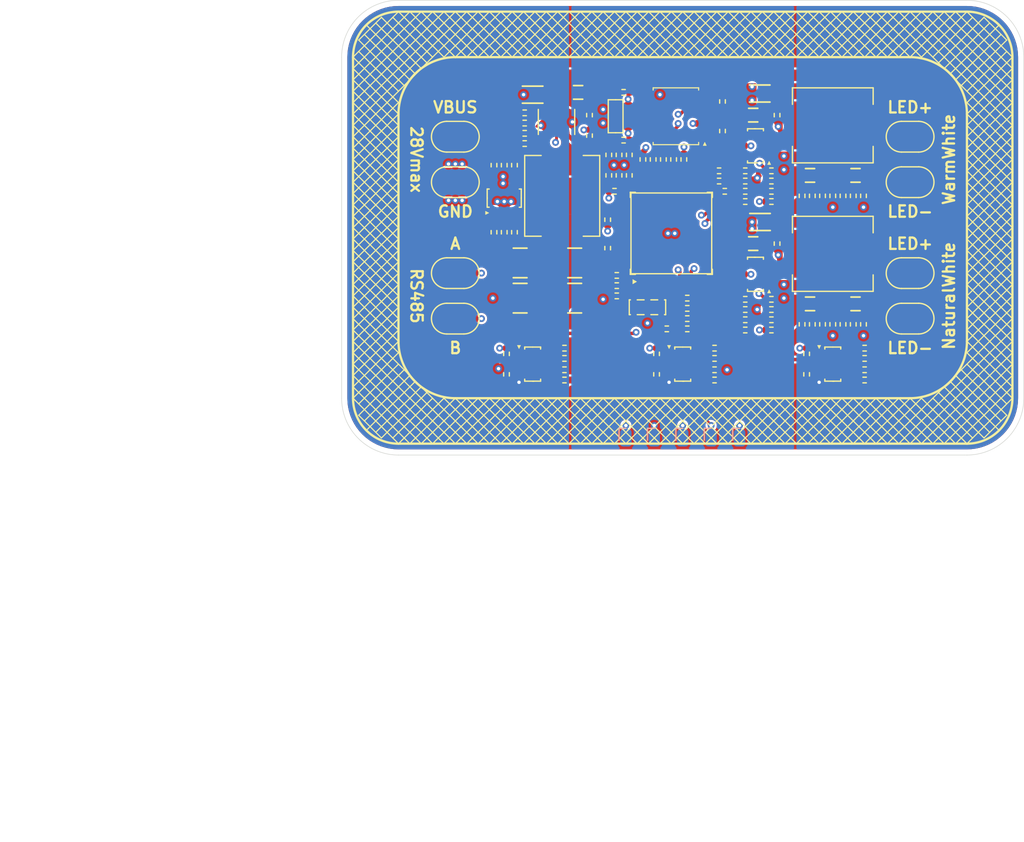
<source format=kicad_pcb>
(kicad_pcb (version 20240108) (generator "pcbnew") (generator_version "8.0")
  (layers (0 "F.Cu" signal) (1 "In1.Cu" signal) (2 "In2.Cu" signal) (31 "B.Cu" signal) (34 "B.Paste" user) (35 "F.Paste" user) (36 "B.SilkS" user "B.Silkscreen") (37 "F.SilkS" user "F.Silkscreen") (38 "B.Mask" user) (39 "F.Mask" user) (44 "Edge.Cuts" user))
  (net 0 "")
  (net 1 "GND")
  (net 2 "+3V3")
  (net 3 "VBUS")
  (net 4 "Net-(C19-Pad1)")
  (net 5 "Net-(C20-Pad1)")
  (net 6 "Net-(U5-PWM)")
  (net 7 "Net-(U6-PWM)")
  (net 8 "Net-(U5-SW)")
  (net 9 "Net-(U5-BOOT)")
  (net 10 "Net-(U6-BOOT)")
  (net 11 "Net-(U6-SW)")
  (net 12 "/WarmWhite/PowerLED+")
  (net 13 "/WarmWhite/PowerLED-")
  (net 14 "/NaturalWhite/PowerLED-")
  (net 15 "/NaturalWhite/PowerLED+")
  (net 16 "Net-(U5-FB)")
  (net 17 "Net-(U6-FB)")
  (net 18 "+5V")
  (net 19 "Net-(U4-I)")
  (net 20 "Net-(U8-I)")
  (net 21 "Net-(U9-I)")
  (net 22 "/CommunicationLayer/RS485_A")
  (net 23 "/CommunicationLayer/RS485_B")
  (net 24 "Net-(U7-Switch)")
  (net 25 "/Brain/WarmWhite_Dim")
  (net 26 "/Brain/NaturalWhite_Dim")
  (net 27 "Net-(R7-Pad2)")
  (net 28 "Net-(R10-Pad1)")
  (net 29 "Net-(U7-PG)")
  (net 30 "Net-(U7-FB)")
  (net 31 "Net-(R25-Pad2)")
  (net 32 "Net-(U7-~{Sleep})")
  (net 33 "/Brain/RS485_RO")
  (net 34 "/Brain/RS485_nRE")
  (net 35 "/Brain/RS485_DI")
  (net 36 "/Brain/RS485_DE")
  (net 37 "Net-(U3-A)")
  (net 38 "Net-(U3-B)")
  (net 39 "Net-(U4-AHLB)")
  (net 40 "Net-(U8-AHLB)")
  (net 41 "Net-(U9-AHLB)")
  (net 42 "Net-(U4-TOG)")
  (net 43 "Net-(U8-TOG)")
  (net 44 "Net-(U9-TOG)")
  (net 45 "/Brain/TouchLeft")
  (net 46 "/Brain/TouchMiddle")
  (net 47 "/Brain/TouchRight")
  (net 48 "Net-(U1-PA9)")
  (net 49 "Net-(U1-PA10)")
  (net 50 "Net-(U1-PA11)")
  (net 51 "Net-(U1-PA12)")
  (net 52 "Net-(U1-BOOT0)")
  (net 53 "Net-(U1-PB3)")
  (net 54 "/Brain/SWTRACE")
  (net 55 "/Brain/SWDIO")
  (net 56 "Net-(U1-PA13)")
  (net 57 "Net-(U1-PA14)")
  (net 58 "/Brain/SWCLK")
  (net 59 "/Brain/NRST")
  (net 60 "Net-(U1-NRST)")
  (net 70 "Net-(U1-PD1)")
  (net 71 "Net-(U1-PD0)")
  (footprint "CoF_Resistor:R-0402" (layer "F.Cu") (at 134.8 82.3)
    (property "Reference" "R32" (hide yes))
    (property "Value" "1R")
  )
  (footprint "CoF_Resistor:R-0402" (layer "F.Cu") (at 136.5 84 -90)
    (property "Reference" "R48" (hide yes))
    (property "Value" "22R")
  )
  (footprint "CoF_SmallOutline:SOT-23-6" (layer "F.Cu") (at 153.2 102)
    (property "Reference" "U9" (hide yes))
    (property "Value" "TTP233")
  )
  (footprint "CoF_Capacitor:C-0402" (layer "F.Cu") (at 135.3 83.6 -90)
    (property "Reference" "C43" (hide yes))
    (property "Value" "1uF")
  )
  (footprint "CoF_Connector:SolderPt_2.5x4mm" (layer "F.Cu") (at 120 82)
    (property "Reference" "PWR1" (hide yes))
    (property "Value" "Conn_01x01_Pin")
  )
  (footprint "CoF_Capacitor:C-0402" (layer "F.Cu") (at 124.3 90.40156 -90)
    (property "Reference" "C38" (hide yes))
    (property "Value" "100nF")
  )
  (footprint "CoF_Resistor:R-0402" (layer "F.Cu") (at 142.8 100.6 180)
    (property "Reference" "R37" (hide yes))
    (property "Value" "0R")
  )
  (footprint "CoF_Capacitor:C-1206" (layer "F.Cu") (at 146.775 78.20156 180)
    (property "Reference" "C15" (hide yes))
    (property "Value" "1uF")
  )
  (footprint "CoF_Resistor:R-0402" (layer "F.Cu") (at 129.6 103.4)
    (property "Reference" "R33" (hide yes))
    (property "Value" "0R")
  )
  (footprint "CoF_Resistor:R-0402" (layer "F.Cu") (at 143.5 81.5 90)
    (property "Reference" "R29" (hide yes))
    (property "Value" "10K")
  )
  (footprint "CoF_Resistor:R-0402" (layer "F.Cu") (at 147.8 87.70156)
    (property "Reference" "R1" (hide yes))
    (property "Value" "0R")
  )
  (footprint "CoF_Connector:SolderPt_2.5x4mm" (layer "F.Cu") (at 160 98)
    (property "Reference" "LED4" (hide yes))
    (property "Value" "Conn_01x01_Pin")
  )
  (footprint "CoF_Capacitor:C-0402" (layer "F.Cu") (at 140.4 98 180)
    (property "Reference" "C10" (hide yes))
    (property "Value" "100nF")
  )
  (footprint "CoF_Capacitor:C-0402" (layer "F.Cu") (at 143.2 85)
    (property "Reference" "C7" (hide yes))
    (property "Value" "100nF")
  )
  (footprint "CoF_Resistor:R-0402" (layer "F.Cu") (at 151.4 87.20156 -90)
    (property "Reference" "R19" (hide yes))
    (property "Value" "1R")
  )
  (footprint "CoF_Resistor:R-0402" (layer "F.Cu") (at 142.8 103.4)
    (property "Reference" "R34" (hide yes))
    (property "Value" "0R")
  )
  (footprint "CoF_Capacitor:C-0402" (layer "F.Cu") (at 133.5 85.4 90)
    (property "Reference" "C1" (hide yes))
    (property "Value" "100nF")
  )
  (footprint "CoF_Capacitor:C-0402" (layer "F.Cu") (at 140.4 97.1 180)
    (property "Reference" "C11" (hide yes))
    (property "Value" "100nF")
  )
  (footprint "CoF_Resistor:R-0402" (layer "F.Cu") (at 152.3 98.50156 -90)
    (property "Reference" "R18" (hide yes))
    (property "Value" "1R")
  )
  (footprint "CoF_Resistor:R-0402" (layer "F.Cu") (at 131.8 80.10156 -90)
    (property "Reference" "R27" (hide yes))
    (property "Value" "1M")
  )
  (footprint "CoF_Capacitor:C-0402" (layer "F.Cu") (at 124.5 102.9 -90)
    (property "Reference" "C46" (hide yes))
    (property "Value" "6.8pF")
  )
  (footprint "CoF_Connector:SolderPt_2.5x4mm" (layer "F.Cu") (at 120 98)
    (property "Reference" "COM2" (hide yes))
    (property "Value" "Conn_01x01_Pin")
  )
  (footprint "CoF_Capacitor:C-1210" (layer "F.Cu") (at 130.5 93.10156)
    (property "Reference" "C31" (hide yes))
    (property "Value" "47uF")
  )
  (footprint "CoF_Capacitor:C-1210" (layer "F.Cu") (at 125.7 93.10156 180)
    (property "Reference" "C34" (hide yes))
    (property "Value" "47uF")
  )
  (footprint "CoF_Resistor:R-0402" (layer "F.Cu") (at 129.6 100.6 180)
    (property "Reference" "R36" (hide yes))
    (property "Value" "0R")
  )
  (footprint "CoF_Capacitor:C-1210" (layer "F.Cu") (at 130.5 96.20156)
    (property "Reference" "C32" (hide yes))
    (property "Value" "47uF")
  )
  (footprint "CoF_Capacitor:C-0805" (layer "F.Cu") (at 146.2 91.40156 180)
    (property "Reference" "C18" (hide yes))
    (property "Value" "10uF")
  )
  (footprint "CoF_Capacitor:C-0402" (layer "F.Cu") (at 134.4 83.6 -90)
    (property "Reference" "C44" (hide yes))
    (property "Value" "100nF")
  )
  (footprint "CoF_Capacitor:C-0805" (layer "F.Cu") (at 155.2 85.40156)
    (property "Reference" "C27" (hide yes))
    (property "Value" "10uF")
  )
  (footprint "CoF_Capacitor:C-0402" (layer "F.Cu") (at 134.4 85.4 90)
    (property "Reference" "C2" (hide yes))
    (property "Value" "100nF")
  )
  (footprint "CoF_Resistor:R-0402" (layer "F.Cu") (at 139.2 84 -90)
    (property "Reference" "R43" (hide yes))
    (property "Value" "22R")
  )
  (footprint "CoF_Capacitor:C-0402" (layer "F.Cu") (at 145.5 85.00156)
    (property "Reference" "C23" (hide yes))
    (property "Value" "100nF")
  )
  (footprint "CoF_Resistor:R-0402" (layer "F.Cu") (at 126.1 79.90156)
    (property "Reference" "R26" (hide yes))
    (property "Value" "10K")
  )
  (footprint "CoF_Capacitor:C-0805" (layer "F.Cu") (at 151.2 85.40156 180)
    (property "Reference" "C25" (hide yes))
    (property "Value" "10uF")
  )
  (footprint "CoF_Connector:SolderPt_2.5x4mm" (layer "F.Cu") (at 160 82)
    (property "Reference" "LED1" (hide yes))
    (property "Value" "Conn_01x01_Pin")
  )
  (footprint "CoF_SmallOutline:SOT-23-6" (layer "F.Cu") (at 146.4 94.10156 180)
    (property "Reference" "U6" (hide yes))
    (property "Value" "TPS54200")
  )
  (footprint "CoF_Capacitor:C-0402" (layer "F.Cu") (at 145.5 97.20156)
    (property "Reference" "C30" (hide yes))
    (property "Value" "100nF")
  )
  (footprint "CoF_Resistor:R-0402" (layer "F.Cu") (at 126.1 82.60156 180)
    (property "Reference" "R23" (hide yes))
    (property "Value" "100K")
  )
  (footprint "CoF_Resistor:R-0402" (layer "F.Cu") (at 155 98.50156 -90)
    (property "Reference" "R12" (hide yes))
    (property "Value" "1R")
  )
  (footprint "CoF_Resistor:R-0402" (layer "F.Cu") (at 151.4 98.50156 -90)
    (property "Reference" "R20" (hide yes))
    (property "Value" "1R")
  )
  (footprint "CoF_Capacitor:C-0402" (layer "F.Cu") (at 156 101.5)
    (property "Reference" "C51" (hide yes))
    (property "Value" "100nF")
  )
  (footprint "CoF_Resistor:R-0402" (layer "F.Cu") (at 133.4 91.8 -90)
    (property "Reference" "R46" (hide yes))
    (property "Value" "22R")
  )
  (footprint "CoF_Capacitor:C-1206" (layer "F.Cu") (at 146.8 89.50156 180)
    (property "Reference" "C16" (hide yes))
    (property "Value" "1uF")
  )
  (footprint "CoF_Capacitor:C-0402" (layer "F.Cu") (at 145.5 96.30156)
    (property "Reference" "C24" (hide yes))
    (property "Value" "100nF")
  )
  (footprint "CoF_Capacitor:C-0402" (layer "F.Cu") (at 147.8 96.30156)
    (property "Reference" "C22" (hide yes))
    (property "Value" "1nF")
  )
  (footprint "CoF_SmallOutline:SOT-23" (layer "F.Cu") (at 134.1 80.2 180)
    (property "Reference" "D1" (hide yes))
    (property "Value" "PESD1CAN")
  )
  (footprint "CoF_Capacitor:C-0402" (layer "F.Cu") (at 134.2 94.2 180)
    (property "Reference" "C6" (hide yes))
    (property "Value" "10nF")
  )
  (footprint "CoF_Resistor:R-0402" (layer "F.Cu") (at 154.1 98.50156 -90)
    (property "Reference" "R14" (hide yes))
    (property "Value" "1R")
  )
  (footprint "CoF_SmallOutline:Texas_R-PDSO-G8" (layer "F.Cu") (at 139.4 80.2 180)
    (property "Reference" "U3" (hide yes))
    (property "Value" "SN65HVD485E")
  )
  (footprint "CoF_Capacitor:C-0402" (layer "F.Cu") (at 142.8 101.5)
    (property "Reference" "C50" (hide yes))
    (property "Value" "100nF")
  )
  (footprint "CoF_Resistor:R-0402" (layer "F.Cu") (at 155 87.20156 -90)
    (property "Reference" "R11" (hide yes))
    (property "Value" "1R")
  )
  (footprint "CoF_Resistor:R-0402" (layer "F.Cu") (at 154.1 87.20156 -90)
    (property "Reference" "R13" (hide yes))
    (property "Value" "1R")
  )
  (footprint "CoF_Capacitor:C-0402" (layer "F.Cu") (at 142.8 102.5)
    (property "Reference" "C53" (hide yes))
    (property "Value" "10nF")
  )
  (footprint "CoF_Resistor:R-0402" (layer "F.Cu") (at 126.1 81.70156)
    (property "Reference" "R24" (hide yes))
    (property "Value" "200K")
  )
  (footprint "CoF_Resistor:R-0402" (layer "F.Cu") (at 150.5 87.20156 -90)
    (property "Reference" "R21" (hide yes))
    (property "Value" "1R")
  )
  (footprint "CoF_Resistor:R-0402" (layer "F.Cu") (at 147.8 97.20156 180)
    (property "Reference" "R4" (hide yes))
    (property "Value" "0R")
  )
  (footprint "CoF_Resistor:R-0402" (layer "F.Cu") (at 150.9 101.1 -90)
    (property "Reference" "R41" (hide yes))
    (property "Value" "10K")
  )
  (footprint "CoF_Capacitor:C-0402" (layer "F.Cu") (at 147.8 85.00156)
    (property "Reference" "C21" (hide yes))
    (property "Value" "1nF")
  )
  (footprint "CoF_Inductor:L-7.1-6.6" (layer "F.Cu") (at 129.4 87.20156 -90)
    (property "Reference" "L3" (hide yes))
    (property "Value" "22uH")
  )
  (footprint "CoF_Resistor:R-0402" (layer "F.Cu") (at 147.8 99.00156)
    (property "Reference" "R2" (hide yes))
    (property "Value" "0R")
  )
  (footprint "CoF_Capacitor:C-0805" (layer "F.Cu") (at 151.2 96.70156 180)
    (property "Reference" "C28" (hide yes))
    (property "Value" "10uF")
  )
  (footprint "CoF_Capacitor:C-0402" (layer "F.Cu") (at 143.7 86.8)
    (property "Reference" "C9" (hide yes))
    (property "Value" "10nF")
  )
  (footprint "CoF_Capacitor:C-0402" (layer "F.Cu") (at 148.3 80.10156 -90)
    (property "Reference" "C13" (hide yes))
    (property "Value" "100nF")
  )
  (footprint "CoF_Connector:SolderPt_2.5x4mm" (layer "F.Cu") (at 120 94)
    (property "Reference" "COM1" (hide yes))
    (property "Value" "Conn_01x01_Pin")
  )
  (footprint "CoF_Resistor:R-0402" (layer "F.Cu") (at 134 86.8)
    (property "Reference" "R49" (hide yes))
    (property "Value" "22R")
  )
  (footprint "CoF_Capacitor:C-1206" (layer "F.Cu") (at 126.8 78.30156 180)
    (property "Reference" "C36" (hide yes))
    (property "Value" "1uF")
  )
  (footprint "CoF_SmallOutline:WSON10-2x3" (layer "F.Cu") (at 128.9 80.70156 -90)
    (property "Reference" "U7" (hide yes))
    (property "Value" "TPS62175" (hide yes))
  )
  (footprint "CoF_Capacitor:C-0805" (layer "F.Cu") (at 146.2 80.10156 180)
    (property "Reference" "C17" (hide yes))
    (property "Value" "10uF")
  )
  (footprint "CoF_Resistor:R-0402" (layer "F.Cu") (at 145.5 98.10156)
    (property "Reference" "R8" (hide yes))
    (property "Value" "680R")
  )
  (footprint "CoF_Resistor:R-0402" (layer "F.Cu") (at 137.7 101.1 -90)
    (property "Reference" "R40" (hide yes))
    (property "Value" "10K")
  )
  (footprint "CoF_Capacitor:C-0402" (layer "F.Cu") (at 137.7 102.9 -90)
    (property "Reference" "C47" (hide yes))
    (property "Value" "6.8pF")
  )
  (footprint "CoF_Resistor:R-0402" (layer "F.Cu") (at 153.2 87.20156 -90)
    (property "Reference" "R15" (hide yes))
    (property "Value" "1R")
  )
  (footprint "CoF_Resistor:R-0402" (layer "F.Cu") (at 140.1 84 -90)
    (property "Reference" "R42" (hide yes))
    (property "Value" "22R")
  )
  (footprint "CoF_Capacitor:C-0402" (layer "F.Cu") (at 129.6 102.5)
    (property "Reference" "C49" (hide yes))
    (property "Value" "100nF")
  )
  (footprint "CoF_Resistor:R-0402" (layer "F.Cu") (at 155.9 87.20156 -90)
    (property "Reference" "R5" (hide yes))
    (property "Value" "1R")
  )
  (footprint "CoF_Resistor:R-0402" (layer "F.Cu") (at 145.5 86.80156)
    (property "Reference" "R7" (hide yes))
    (property "Value" "680R")
  )
  (footprint "CoF_Inductor:L-7.1-6.6" (layer "F.Cu") (at 153.2 81.00156)
    (property "Reference" "L1" (hide yes))
    (property "Value" "22uH")
  )
  (footprint "CoF_Inductor:L-7.1-6.6" (layer "F.Cu") (at 153.2 92.30156)
    (property "Reference" "L2" (hide yes))
    (property "Value" "22uH")
  )
  (footprint "CoF_Capacitor:C-0402" (layer "F.Cu") (at 129.6 101.5)
    (property "Reference" "C52" (hide yes))
    (property "Value" "10nF")
  )
  (footprint "CoF_Resistor:R-0402" (layer "F.Cu") (at 147.8 85.90156 180)
    (property "Reference" "R3" (hide yes))
    (property "Value" "0R")
  )
  (footprint "CoF_Resistor:R-0402" (layer "F.Cu") (at 152.3 87.20156 -90)
    (property "Reference" "R17" (hide yes))
    (property "Value" "1R")
  )
  (footprint "CoF_Resistor:R-0402" (layer "F.Cu") (at 145.5 99.00156 180)
    (property "Reference" "R10" (hide yes))
    (property "Value" "100R")
  )
  (footprint "CoF_Resistor:R-0402" (layer "F.Cu") (at 138.6 98.9 180)
    (property "Reference" "R50" (hide yes))
    (property "Value" "22R")
  )
  (footprint "CoF_Resistor:R-0402" (layer "F.Cu") (at 156 100.6 180)
    (property "Reference" "R38" (hide yes))
    (property "Value" "0R")
  )
  (footprint "CoF_Resistor:R-0402" (layer "F.Cu") (at 133.4 89.3 -90)
    (property "Reference" "R47" (hide yes))
    (property "Value" "22R")
  )
  (footprint "CoF_Resistor:R-0402" (layer "F.Cu") (at 140.4 98.9 180)
    (property "Reference" "R51" (hide yes))
    (property "Value" "10K")
  )
  (footprint "CoF_SmallOutline:SOT-23-5" (layer "F.Cu") (at 124.3 87.40156 90)
    (property "Reference" "U2" (hide yes))
    (property "Value" "TLV70233")
  )
  (footprint "CoF_Capacitor:C-0402" (layer "F.Cu") (at 123.4 84.50156 90)
    (property "Reference" "C40" (hide yes))
    (property "Value" "1uF")
  )
  (footprint "CoF_Crystal:CSTNE" (layer "F.Cu") (at 136.9 97)
    (property "Reference" "Y1" (hide yes))
    (property "Value" "CSTNE8M00")
  )
  (footprint "CoF_Resistor:R-0402" (layer "F.Cu") (at 124.5 101.1 -90)
    (property "Reference" "R39" (hide yes))
    (property "Value" "10K")
  )
  (footprint "CoF_Resistor:R-0402" (layer "F.Cu") (at 150.5 98.50156 -90)
    (property "Reference" "R22" (hide yes))
    (property "Value" "1R")
  )
  (footprint "CoF_Capacitor:C-0402" (layer "F.Cu") (at 147.8 86.80156 180)
    (property "Reference" "C19" (hide yes))
    (property "Value" "1nF")
  )
  (footprint "CoF_Capacitor:C-0402" (layer "F.Cu") (at 125.2 90.40156 -90)
    (property "Reference" "C37" (hide yes))
    (property "Value" "1uF")
  )
  (footprint "CoF_Resistor:R-0402" (layer "F.Cu") (at 155.9 98.50156 -90)
    (property "Reference" "R6" (hide yes))
    (property "Value" "1R")
  )
  (footprint "CoF_Capacitor:C-0402" (layer "F.Cu") (at 145.5 85.90156)
    (property "Reference" "C29" (hide yes))
    (property "Value" "100nF")
  )
  (footprint "CoF_Capacitor:C-0402" (layer "F.Cu") (at 125.2 84.50156 90)
    (property "Reference" "C41" (hide yes))
    (property "Value" "100nF")
  )
  (footprint "CoF_Capacitor:C-0402" (layer "F.Cu") (at 156 102.5)
    (property "Reference" "C54" (hide yes))
    (property "Value" "10nF")
  )
  (footprint "CoF_Capacitor:C-0402" (layer "F.Cu") (at 140.4 96.2 180)
    (property "Reference" "C12" (hide yes))
    (property "Value" "10nF")
  )
  (footprint "CoF_Connector:SolderPt_2.5x4mm" (layer "F.Cu") (at 160 94)
    (property "Reference" "LED3" (hide yes))
    (property "Value" "Conn_01x01_Pin")
  )
  (footprint "CoF_Capacitor:C-0402" (layer "F.Cu") (at 134.2 96 180)
    (property "Reference" "C4" (hide yes))
    (property "Value" "100nF")
  )
  (footprint "CoF_Capacitor:C-0805" (layer "F.Cu") (at 155.2 96.70156)
    (property "Reference" "C26" (hide yes))
    (property "Value" "10uF")
  )
  (footprint "CoF_Capacitor:C-1210" (layer "F.Cu") (at 125.7 96.20156 180)
    (property "Reference" "C33" (hide yes))
    (property "Value" "47uF")
  )
  (footprint "CoF_SmallOutline:SOT-23-6" (layer "F.Cu") (at 146.4 82.80156 180)
    (property "Reference" "U5" (hide yes))
    (property "Value" "TPS54200")
  )
  (footprint "CoF_Resistor:R-0402" (layer "F.Cu") (at 126.1 80.80156 180)
    (property "Reference" "R25" (hide yes))
    (property "Value" "27K")
  )
  (footprint "CoF_Resistor:R-0402" (layer "F.Cu") (at 137.4 84 -90)
    (property "Reference" "R45" (hide yes))
    (property "Value" "22R")
  )
  (footprint "CoF_Resistor:R-0402" (layer "F.Cu") (at 131.8 81.90156 -90)
    (property "Reference" "R28" (hide yes))
    (property "Value" "200K")
  )
  (footprint "CoF_Capacitor:C-0402" (layer "F.Cu") (at 135.3 85.4 90)
    (property "Reference" "C3" (hide yes))
    (property "Value" "10nF")
  )
  (footprint "CoF_SmallOutline:SOT-23-6" (layer "F.Cu") (at 126.8 102)
    (property "Reference" "U4" (hide yes))
    (property "Value" "TTP233")
  )
  (footprint "CoF_Resistor:R-0402" (layer "F.Cu") (at 153.2 98.50156 -90)
    (property "Reference" "R16" (hide yes))
    (property "Value" "1R")
  )
  (footprint "CoF_Capacitor:C-0402" (layer "F.Cu") (at 148.3 91.40156 -90)
    (property "Reference" "C14" (hide yes))
    (property "Value" "100nF")
  )
  (footprint "CoF_Resistor:R-0402" (layer "F.Cu") (at 138.3 84 -90)
    (property "Reference" "R44" (hide yes))
    (property "Value" "22R")
  )
  (footprint "CoF_Capacitor:C-0402" (layer "F.Cu") (at 124.3 84.50156 90)
    (property "Reference" "C42" (hide yes))
    (property "Value" "10nF")
  )
  (footprint "CoF_Resistor:R-0402" (layer "F.Cu") (at 156 103.4)
    (property "Reference" "R35" (hide yes))
    (property "Value" "0R")
  )
  (footprint "CoF_Capacitor:C-0402" (layer "F.Cu") (at 123.4 90.40156 -90)
    (property "Reference" "C39" (hide yes))
    (property "Value" "10nF")
  )
  (footprint "CoF_Resistor:R-0402" (layer "F.Cu") (at 134.8 78.1)
    (property "Reference" "R31" (hide yes))
    (property "Value" "1R")
  )
  (footprint "CoF_SmallOutline:SOT-23-6" (layer "F.Cu") (at 140 102)
    (property "Reference" "U8" (hide yes))
    (property "Value" "TTP233")
  )
  (footprint "CoF_Capacitor:C-0402" (layer "F.Cu") (at 150.9 102.9 -90)
    (property "Reference" "C48" (hide yes))
    (property "Value" "6.8pF")
  )
  (footprint "CoF_Resistor:R-0402" (layer "F.Cu") (at 143.5 78.9 -90)
    (property "Reference" "R30" (hide yes))
    (property "Value" "10K")
  )
  (footprint "CoF_Capacitor:C-0402" (layer "F.Cu") (at 134.2 95.1 180)
    (property "Reference" "C5" (hide yes))
    (property "Value" "100nF")
  )
  (footprint "CoF_Capacitor:C-0402" (layer "F.Cu") (at 133.5 83.6 -90)
    (property "Reference" "C45" (hide yes))
    (property "Value" "100nF")
  )
  (footprint "CoF_Capacitor:C-0402" (layer "F.Cu") (at 143.2 85.9)
    (property "Reference" "C8" (hide yes))
    (property "Value" "100nF")
  )
  (footprint "CoF_QuadFlat:LQFP-48" (layer "F.Cu") (at 139 90.5 90)
    (property "Reference" "U1" (hide yes))
    (property "Value" "STM32F103C8T6" (hide yes))
  )
  (footprint "CoF_Connector:SolderPt_2.5x4mm" (layer "F.Cu") (at 120 86)
    (property "Reference" "PWR2" (hide yes))
    (property "Value" "Conn_01x01_Pin")
  )
  (footprint "CoF_Resistor:R-0402" (layer "F.Cu") (at 145.5 87.70156 180)
    (property "Reference" "R9" (hide yes))
    (property "Value" "100R")
  )
  (footprint "CoF_Capacitor:C-0805" (layer "F.Cu") (at 130.8 78.10156)
    (property "Reference" "C35" (hide yes))
    (property "Value" "10uF")
  )
  (footprint "CoF_Capacitor:C-0402" (layer "F.Cu") (at 147.8 98.10156 180)
    (property "Reference" "C20" (hide yes))
    (property "Value" "1nF")
  )
  (footprint "CoF_Connector:SolderPt_2.5x4mm" (layer "F.Cu") (at 160 86)
    (property "Reference" "LED2" (hide yes))
    (property "Value" "Conn_01x01_Pin")
  )
  (footprint "CoF_Connector:SolderPt_1x1.5mm" (layer "B.Cu") (at 137.5 108.5 -90)
    (property "Reference" "SWD2" (hide yes))
    (property "Value" "Conn_01x01_Pin")
  )
  (footprint "CoF_Connector:SolderPt_1x1.5mm" (layer "B.Cu") (at 145 108.5 -90)
    (property "Reference" "SWD5" (hide yes))
    (property "Value" "Conn_01x01_Pin")
  )
  (footprint "CoF_Connector:SolderPt_1x1.5mm" (layer "B.Cu") (at 142.5 108.5 -90)
    (property "Reference" "SWD4" (hide yes))
    (property "Value" "Conn_01x01_Pin")
  )
  (footprint "CoF_Connector:SolderPt_1x1.5mm" (layer "B.Cu") (at 135 108.5 -90)
    (property "Reference" "SWD1" (hide yes))
    (property "Value" "Conn_01x01_Pin")
  )
  (footprint "CoF_Connector:SolderPt_1x1.5mm" (layer "B.Cu") (at 140 108.5 -90)
    (property "Reference" "SWD3" (hide yes))
    (property "Value" "Conn_01x01_Pin")
  )
  (gr_line (start 112 73) (end 116 77) (stroke (width 0.1)) (layer "F.SilkS"))
  (gr_arc (start 115 109) (mid 112.171573 107.828427) (end 111 105) (stroke (width 0.2)) (layer "F.SilkS"))
  (gr_line (start 148 71) (end 152 75) (stroke (width 0.1)) (layer "F.SilkS"))
  (gr_line (start 127 71) (end 131 75) (stroke (width 0.1)) (layer "F.SilkS"))
  (gr_line (start 137 71) (end 141 75) (stroke (width 0.1)) (layer "F.SilkS"))
  (gr_line (start 155 71) (end 151 75) (stroke (width 0.1)) (layer "F.SilkS"))
  (gr_line (start 164.5 102.5) (end 168.5 106.5) (stroke (width 0.1)) (layer "F.SilkS"))
  (gr_line (start 169 102) (end 162 109) (stroke (width 0.1)) (layer "F.SilkS"))
  (gr_line (start 119 71) (end 111 79) (stroke (width 0.1)) (layer "F.SilkS"))
  (gr_line (start 111 94) (end 115 98) (stroke (width 0.1)) (layer "F.SilkS"))
  (gr_line (start 169 80) (end 165 84) (stroke (width 0.1)) (layer "F.SilkS"))
  (gr_line (start 141 105) (end 137 109) (stroke (width 0.1)) (layer "F.SilkS"))
  (gr_line (start 137 105) (end 141 109) (stroke (width 0.1)) (layer "F.SilkS"))
  (gr_line (start 158 105) (end 154 109) (stroke (width 0.1)) (layer "F.SilkS"))
  (gr_line (start 151 105) (end 155 109) (stroke (width 0.1)) (layer "F.SilkS"))
  (gr_line (start 147 105) (end 151 109) (stroke (width 0.1)) (layer "F.SilkS"))
  (gr_line (start 169 95) (end 165 99) (stroke (width 0.1)) (layer "F.SilkS"))
  (gr_line (start 123 71) (end 127 75) (stroke (width 0.1)) (layer "F.SilkS"))
  (gr_line (start 168.5 73.5) (end 164.5 77.5) (stroke (width 0.1)) (layer "F.SilkS"))
  (gr_line (start 121 105) (end 125 109) (stroke (width 0.1)) (layer "F.SilkS"))
  (gr_line (start 119 71) (end 123 75) (stroke (width 0.1)) (layer "F.SilkS"))
  (gr_line (start 161 71) (end 169 79) (stroke (width 0.1)) (layer "F.SilkS"))
  (gr_line (start 142 71) (end 146 75) (stroke (width 0.1)) (layer "F.SilkS"))
  (gr_line (start 115 80) (end 111 84) (stroke (width 0.1)) (layer "F.SilkS"))
  (gr_line (start 111 97) (end 115 101) (stroke (width 0.1)) (layer "F.SilkS"))
  (gr_line (start 158 71) (end 169 82) (stroke (width 0.1)) (layer "F.SilkS"))
  (gr_line (start 143 105) (end 147 109) (stroke (width 0.1)) (layer "F.SilkS"))
  (gr_line (start 111 75) (end 111 105) (stroke (width 0.2)) (layer "F.SilkS"))
  (gr_line (start 111 90) (end 115 94) (stroke (width 0.1)) (layer "F.SilkS"))
  (gr_line (start 111 98) (end 122 109) (stroke (width 0.1)) (layer "F.SilkS"))
  (gr_line (start 120 75) (end 160 75) (stroke (width 0.2)) (layer "F.SilkS"))
  (gr_line (start 111 88) (end 115 92) (stroke (width 0.1)) (layer "F.SilkS"))
  (gr_line (start 156 71) (end 152 75) (stroke (width 0.1)) (layer "F.SilkS"))
  (gr_line (start 165 98) (end 169 102) (stroke (width 0.1)) (layer "F.SilkS"))
  (gr_line (start 127 105) (end 123 109) (stroke (width 0.1)) (layer "F.SilkS"))
  (gr_line (start 111 93) (end 115 97) (stroke (width 0.1)) (layer "F.SilkS"))
  (gr_line (start 169 97) (end 165 101) (stroke (width 0.1)) (layer "F.SilkS"))
  (gr_line (start 135 71) (end 131 75) (stroke (width 0.1)) (layer "F.SilkS"))
  (gr_line (start 118 105) (end 114.5 108.5) (stroke (width 0.1)) (layer "F.SilkS"))
  (gr_line (start 127 105) (end 131 109) (stroke (width 0.1)) (layer "F.SilkS"))
  (gr_line (start 165 83) (end 169 87) (stroke (width 0.1)) (layer "F.SilkS"))
  (gr_line (start 136 105) (end 132 109) (stroke (width 0.1)) (layer "F.SilkS"))
  (gr_line (start 166.5 71.5) (end 162.5 75.5) (stroke (width 0.1)) (layer "F.SilkS"))
  (gr_line (start 147 71) (end 151 75) (stroke (width 0.1)) (layer "F.SilkS"))
  (gr_line (start 150 71) (end 146 75) (stroke (width 0.1)) (layer "F.SilkS"))
  (gr_line (start 111 87) (end 115 91) (stroke (width 0.1)) (layer "F.SilkS"))
  (gr_line (start 159 71) (end 169 81) (stroke (width 0.1)) (layer "F.SilkS"))
  (gr_line (start 143 71) (end 147 75) (stroke (width 0.1)) (layer "F.SilkS"))
  (gr_line (start 139 105) (end 135 109) (stroke (width 0.1)) (layer "F.SilkS"))
  (gr_line (start 111 89) (end 115 93) (stroke (width 0.1)) (layer "F.SilkS"))
  (gr_line (start 149 71) (end 145 75) (stroke (width 0.1)) (layer "F.SilkS"))
  (gr_line (start 111 82) (end 115 86) (stroke (width 0.1)) (layer "F.SilkS"))
  (gr_line (start 115 99) (end 111 103) (stroke (width 0.1)) (layer "F.SilkS"))
  (gr_line (start 165 95) (end 169 99) (stroke (width 0.1)) (layer "F.SilkS"))
  (gr_line (start 115.5 102.5) (end 111.5 106.5) (stroke (width 0.1)) (layer "F.SilkS"))
  (gr_line (start 162 71) (end 169 78) (stroke (width 0.1)) (layer "F.SilkS"))
  (gr_line (start 140 71) (end 136 75) (stroke (width 0.1)) (layer "F.SilkS"))
  (gr_line (start 169 93) (end 165 97) (stroke (width 0.1)) (layer "F.SilkS"))
  (gr_line (start 111 78) (end 115 82) (stroke (width 0.1)) (layer "F.SilkS"))
  (gr_line (start 152 105) (end 148 109) (stroke (width 0.1)) (layer "F.SilkS"))
  (gr_line (start 165 94) (end 169 98) (stroke (width 0.1)) (layer "F.SilkS"))
  (gr_line (start 158 105) (end 162 109) (stroke (width 0.1)) (layer "F.SilkS"))
  (gr_line (start 115 100) (end 111 104) (stroke (width 0.1)) (layer "F.SilkS"))
  (gr_line (start 115 90) (end 111 94) (stroke (width 0.1)) (layer "F.SilkS"))
  (gr_line (start 169 88) (end 165 92) (stroke (width 0.1)) (layer "F.SilkS"))
  (gr_line (start 149 105) (end 145 109) (stroke (width 0.1)) (layer "F.SilkS"))
  (gr_line (start 157 105) (end 153 109) (stroke (width 0.1)) (layer "F.SilkS"))
  (gr_line (start 161 71) (end 157 75) (stroke (width 0.1)) (layer "F.SilkS"))
  (gr_line (start 165 71) (end 161 75) (stroke (width 0.1)) (layer "F.SilkS"))
  (gr_line (start 138 105) (end 142 109) (stroke (width 0.1)) (layer "F.SilkS"))
  (gr_line (start 122 71) (end 111 82) (stroke (width 0.1)) (layer "F.SilkS"))
  (gr_line (start 169 83) (end 165 87) (stroke (width 0.1)) (layer "F.SilkS"))
  (gr_line (start 154 71) (end 158 75) (stroke (width 0.1)) (layer "F.SilkS"))
  (gr_line (start 130 71) (end 134 75) (stroke (width 0.1)) (layer "F.SilkS"))
  (gr_line (start 120 71) (end 124 75) (stroke (width 0.1)) (layer "F.SilkS"))
  (gr_line (start 139 71) (end 143 75) (stroke (width 0.1)) (layer "F.SilkS"))
  (gr_line (start 129 105) (end 125 109) (stroke (width 0.1)) (layer "F.SilkS"))
  (gr_line (start 169 82) (end 165 86) (stroke (width 0.1)) (layer "F.SilkS"))
  (gr_line (start 111 76) (end 115 80) (stroke (width 0.1)) (layer "F.SilkS"))
  (gr_line (start 138 71) (end 134 75) (stroke (width 0.1)) (layer "F.SilkS"))
  (gr_line (start 145 105) (end 149 109) (stroke (width 0.1)) (layer "F.SilkS"))
  (gr_arc (start 165 100) (mid 163.535534 103.535534) (end 160 105) (stroke (width 0.2)) (layer "F.SilkS"))
  (gr_line (start 126 71) (end 130 75) (stroke (width 0.1)) (layer "F.SilkS"))
  (gr_line (start 169 91) (end 165 95) (stroke (width 0.1)) (layer "F.SilkS"))
  (gr_line (start 122 105) (end 118 109) (stroke (width 0.1)) (layer "F.SilkS"))
  (gr_line (start 115 101) (end 111 105) (stroke (width 0.1)) (layer "F.SilkS"))
  (gr_line (start 165 80) (end 169 84) (stroke (width 0.1)) (layer "F.SilkS"))
  (gr_line (start 132 105) (end 136 109) (stroke (width 0.1)) (layer "F.SilkS"))
  (gr_line (start 147 105) (end 143 109) (stroke (width 0.1)) (layer "F.SilkS"))
  (gr_line (start 117 71) (end 121 75) (stroke (width 0.1)) (layer "F.SilkS"))
  (gr_line (start 129 71) (end 133 75) (stroke (width 0.1)) (layer "F.SilkS"))
  (gr_line (start 133 71) (end 129 75) (stroke (width 0.1)) (layer "F.SilkS"))
  (gr_line (start 128 105) (end 124 109) (stroke (width 0.1)) (layer "F.SilkS"))
  (gr_line (start 165.5 71.5) (end 162 75) (stroke (width 0.1)) (layer "F.SilkS"))
  (gr_line (start 168.5 106.5) (end 166.5 108.5) (stroke (width 0.1)) (layer "F.SilkS"))
  (gr_line (start 151 105) (end 147 109) (stroke (width 0.1)) (layer "F.SilkS"))
  (gr_line (start 134 71) (end 138 75) (stroke (width 0.1)) (layer "F.SilkS"))
  (gr_line (start 125 71) (end 121 75) (stroke (width 0.1)) (layer "F.SilkS"))
  (gr_line (start 162.5 104.5) (end 166.5 108.5) (stroke (width 0.1)) (layer "F.SilkS"))
  (gr_line (start 168.5 74.5) (end 165 78) (stroke (width 0.1)) (layer "F.SilkS"))
  (gr_line (start 169 86) (end 165 90) (stroke (width 0.1)) (layer "F.SilkS"))
  (gr_line (start 169 105) (end 165 109) (stroke (width 0.1)) (layer "F.SilkS"))
  (gr_line (start 116 103) (end 112 107) (stroke (width 0.1)) (layer "F.SilkS"))
  (gr_line (start 165 89) (end 169 93) (stroke (width 0.1)) (layer "F.SilkS"))
  (gr_line (start 111.5 74.5) (end 115 78) (stroke (width 0.1)) (layer "F.SilkS"))
  (gr_line (start 155 105) (end 151 109) (stroke (width 0.1)) (layer "F.SilkS"))
  (gr_line (start 169 98) (end 158 109) (stroke (width 0.1)) (layer "F.SilkS"))
  (gr_line (start 116 71) (end 111 76) (stroke (width 0.1)) (layer "F.SilkS"))
  (gr_line (start 111 95) (end 115 99) (stroke (width 0.1)) (layer "F.SilkS"))
  (gr_line (start 169 101) (end 161 109) (stroke (width 0.1)) (layer "F.SilkS"))
  (gr_line (start 165 100) (end 169 104) (stroke (width 0.1)) (layer "F.SilkS"))
  (gr_line (start 149 105) (end 153 109) (stroke (width 0.1)) (layer "F.SilkS"))
  (gr_line (start 145 105) (end 141 109) (stroke (width 0.1)) (layer "F.SilkS"))
  (gr_line (start 140 105) (end 136 109) (stroke (width 0.1)) (layer "F.SilkS"))
  (gr_line (start 156 105) (end 152 109) (stroke (width 0.1)) (layer "F.SilkS"))
  (gr_line (start 139 71) (end 135 75) (stroke (width 0.1)) (layer "F.SilkS"))
  (gr_line (start 169 100) (end 160 109) (stroke (width 0.1)) (layer "F.SilkS"))
  (gr_line (start 115 87) (end 111 91) (stroke (width 0.1)) (layer "F.SilkS"))
  (gr_line (start 169 77) (end 165 81) (stroke (width 0.1)) (layer "F.SilkS"))
  (gr_line (start 165 100) (end 165 80) (stroke (width 0.2)) (layer "F.SilkS"))
  (gr_line (start 117 104) (end 113 108) (stroke (width 0.1)) (layer "F.SilkS"))
  (gr_line (start 165 102) (end 168.5 105.5) (stroke (width 0.1)) (layer "F.SilkS"))
  (gr_arc (start 120 105) (mid 116.464466 103.535534) (end 115 100) (stroke (width 0.2)) (layer "F.SilkS"))
  (gr_line (start 135 105) (end 131 109) (stroke (width 0.1)) (layer "F.SilkS"))
  (gr_arc (start 160 75) (mid 163.535534 76.464466) (end 165 80) (stroke (width 0.2)) (layer "F.SilkS"))
  (gr_line (start 117.5 104.5) (end 113.5 108.5) (stroke (width 0.1)) (layer "F.SilkS"))
  (gr_line (start 111 102) (end 118 109) (stroke (width 0.1)) (layer "F.SilkS"))
  (gr_line (start 111 103) (end 117 109) (stroke (width 0.1)) (layer "F.SilkS"))
  (gr_line (start 145 71) (end 149 75) (stroke (width 0.1)) (layer "F.SilkS"))
  (gr_line (start 111 104) (end 116 109) (stroke (width 0.1)) (layer "F.SilkS"))
  (gr_line (start 125 71) (end 129 75) (stroke (width 0.1)) (layer "F.SilkS"))
  (gr_line (start 115 81) (end 111 85) (stroke (width 0.1)) (layer "F.SilkS"))
  (gr_line (start 165 84) (end 169 88) (stroke (width 0.1)) (layer "F.SilkS"))
  (gr_line (start 146 71) (end 142 75) (stroke (width 0.1)) (layer "F.SilkS"))
  (gr_line (start 165 80) (end 165 100) (stroke (width 0.1)) (layer "F.SilkS"))
  (gr_line (start 118 71) (end 122 75) (stroke (width 0.1)) (layer "F.SilkS"))
  (gr_line (start 154 71) (end 150 75) (stroke (width 0.1)) (layer "F.SilkS"))
  (gr_line (start 120 105) (end 124 109) (stroke (width 0.1)) (layer "F.SilkS"))
  (gr_line (start 165 79) (end 169 83) (stroke (width 0.1)) (layer "F.SilkS"))
  (gr_line (start 111.5 73.5) (end 115.5 77.5) (stroke (width 0.1)) (layer "F.SilkS"))
  (gr_line (start 144 105) (end 140 109) (stroke (width 0.1)) (layer "F.SilkS"))
  (gr_line (start 127 71) (end 123 75) (stroke (width 0.1)) (layer "F.SilkS"))
  (gr_line (start 157 105) (end 161 109) (stroke (width 0.1)) (layer "F.SilkS"))
  (gr_line (start 169 89) (end 165 93) (stroke (width 0.1)) (layer "F.SilkS"))
  (gr_line (start 150 105) (end 146 109) (stroke (width 0.1)) (layer "F.SilkS"))
  (gr_line (start 140 105) (end 144 109) (stroke (width 0.1)) (layer "F.SilkS"))
  (gr_line (start 135 105) (end 139 109) (stroke (width 0.1)) (layer "F.SilkS"))
  (gr_line (start 136 105) (end 140 109) (stroke (width 0.1)) (layer "F.SilkS"))
  (gr_line (start 131 71) (end 135 75) (stroke (width 0.1)) (layer "F.SilkS"))
  (gr_line (start 147 71) (end 143 75) (stroke (width 0.1)) (layer "F.SilkS"))
  (gr_line (start 111 100) (end 120 109) (stroke (width 0.1)) (layer "F.SilkS"))
  (gr_line (start 163 71) (end 169 77) (stroke (width 0.1)) (layer "F.SilkS"))
  (gr_line (start 133 105) (end 137 109) (stroke (width 0.1)) (layer "F.SilkS"))
  (gr_line (start 115 89) (end 111 93) (stroke (width 0.1)) (layer "F.SilkS"))
  (gr_line (start 111 101) (end 119 109) (stroke (width 0.1)) (layer "F.SilkS"))
  (gr_arc (start 115 80) (mid 116.464466 76.464466) (end 120 75) (stroke (width 0.2)) (layer "F.SilkS"))
  (gr_line (start 154 105) (end 158 109) (stroke (width 0.1)) (layer "F.SilkS"))
  (gr_line (start 117 71) (end 111 77) (stroke (width 0.1)) (layer "F.SilkS"))
  (gr_line (start 145 71) (end 141 75) (stroke (width 0.1)) (layer "F.SilkS"))
  (gr_line (start 138 105) (end 134 109) (stroke (width 0.1)) (layer "F.SilkS"))
  (gr_line (start 135 71) (end 139 75) (stroke (width 0.1)) (layer "F.SilkS"))
  (gr_line (start 140 71) (end 144 75) (stroke (width 0.1)) (layer "F.SilkS"))
  (gr_line (start 131 105) (end 135 109) (stroke (width 0.1)) (layer "F.SilkS"))
  (gr_line (start 153 105) (end 149 109) (stroke (width 0.1)) (layer "F.SilkS"))
  (gr_line (start 126 71) (end 122 75) (stroke (width 0.1)) (layer "F.SilkS"))
  (gr_line (start 160 71) (end 156 75) (stroke (width 0.1)) (layer "F.SilkS"))
  (gr_line (start 149 71) (end 153 75) (stroke (width 0.1)) (layer "F.SilkS"))
  (gr_line (start 134 105) (end 130 109) (stroke (width 0.1)) (layer "F.SilkS"))
  (gr_line (start 115 82) (end 111 86) (stroke (width 0.1)) (layer "F.SilkS"))
  (gr_line (start 160 71) (end 169 80) (stroke (width 0.1)) (layer "F.SilkS"))
  (gr_line (start 111 77) (end 115 81) (stroke (width 0.1)) (layer "F.SilkS"))
  (gr_line (start 113 72) (end 117 76) (stroke (width 0.1)) (layer "F.SilkS"))
  (gr_line (start 152 71) (end 156 75) (stroke (width 0.1)) (layer "F.SilkS"))
  (gr_line (start 169 81) (end 165 85) (stroke (width 0.1)) (layer "F.SilkS"))
  (gr_line (start 132 105) (end 128 109) (stroke (width 0.1)) (layer "F.SilkS"))
  (gr_line (start 111.5 106.5) (end 113.5 108.5) (stroke (width 0.1)) (layer "F.SilkS"))
  (gr_line (start 111 81) (end 115 85) (stroke (width 0.1)) (layer "F.SilkS"))
  (gr_line (start 165 90) (end 169 94) (stroke (width 0.1)) (layer "F.SilkS"))
  (gr_line (start 169 104) (end 164 109) (stroke (width 0.1)) (layer "F.SilkS"))
  (gr_line (start 165 87) (end 169 91) (stroke (width 0.1)) (layer "F.SilkS"))
  (gr_line (start 136 71) (end 132 75) (stroke (width 0.1)) (layer "F.SilkS"))
  (gr_line (start 169 78) (end 165 82) (stroke (width 0.1)) (layer "F.SilkS"))
  (gr_line (start 115 83) (end 111 87) (stroke (width 0.1)) (layer "F.SilkS"))
  (gr_line (start 169 92) (end 165 96) (stroke (width 0.1)) (layer "F.SilkS"))
  (gr_line (start 130 105) (end 134 109) (stroke (width 0.1)) (layer "F.SilkS"))
  (gr_line (start 134 105) (end 138 109) (stroke (width 0.1)) (layer "F.SilkS"))
  (gr_line (start 143 71) (end 139 75) (stroke (width 0.1)) (layer "F.SilkS"))
  (gr_line (start 115 109) (end 165 109) (stroke (width 0.2)) (layer "F.SilkS"))
  (gr_line (start 169 75) (end 165 79) (stroke (width 0.1)) (layer "F.SilkS"))
  (gr_line (start 129 105) (end 133 109) (stroke (width 0.1)) (layer "F.SilkS"))
  (gr_line (start 111 96) (end 115 100) (stroke (width 0.1)) (layer "F.SilkS"))
  (gr_line (start 165 86) (end 169 90) (stroke (width 0.1)) (layer "F.SilkS"))
  (gr_line (start 139 105) (end 143 109) (stroke (width 0.1)) (layer "F.SilkS"))
  (gr_line (start 130 105) (end 126 109) (stroke (width 0.1)) (layer "F.SilkS"))
  (gr_line (start 111 80) (end 115 84) (stroke (width 0.1)) (layer "F.SilkS"))
  (gr_line (start 125 105) (end 129 109) (stroke (width 0.1)) (layer "F.SilkS"))
  (gr_line (start 142 71) (end 138 75) (stroke (width 0.1)) (layer "F.SilkS"))
  (gr_line (start 112.171573 72.171573) (end 116.464466 76.464466) (stroke (width 0.1)) (layer "F.SilkS"))
  (gr_line (start 164 103) (end 168 107) (stroke (width 0.1)) (layer "F.SilkS"))
  (gr_line (start 115 95) (end 111 99) (stroke (width 0.1)) (layer "F.SilkS"))
  (gr_line (start 131 105) (end 127 109) (stroke (width 0.1)) (layer "F.SilkS"))
  (gr_line (start 115 85) (end 111 89) (stroke (width 0.1)) (layer "F.SilkS"))
  (gr_line (start 169 75) (end 169 105) (stroke (width 0.2)) (layer "F.SilkS"))
  (gr_line (start 146 105) (end 150 109) (stroke (width 0.1)) (layer "F.SilkS"))
  (gr_line (start 161 105) (end 157 109) (stroke (width 0.1)) (layer "F.SilkS"))
  (gr_line (start 150 105) (end 154 109) (stroke (width 0.1)) (layer "F.SilkS"))
  (gr_line (start 164 71) (end 169 76) (stroke (width 0.1)) (layer "F.SilkS"))
  (gr_arc (start 120 105) (mid 116.464466 103.535534) (end 115 100) (stroke (width 0.1)) (layer "F.SilkS"))
  (gr_line (start 154 105) (end 150 109) (stroke (width 0.1)) (layer "F.SilkS"))
  (gr_line (start 163 104) (end 167 108) (stroke (width 0.1)) (layer "F.SilkS"))
  (gr_line (start 115 97) (end 111 101) (stroke (width 0.1)) (layer "F.SilkS"))
  (gr_line (start 115 93) (end 111 97) (stroke (width 0.1)) (layer "F.SilkS"))
  (gr_line (start 151 71) (end 147 75) (stroke (width 0.1)) (layer "F.SilkS"))
  (gr_line (start 163.535534 103.535534) (end 167.828427 107.828427) (stroke (width 0.1)) (layer "F.SilkS"))
  (gr_line (start 111 79) (end 115 83) (stroke (width 0.1)) (layer "F.SilkS"))
  (gr_line (start 111 84) (end 115 88) (stroke (width 0.1)) (layer "F.SilkS"))
  (gr_line (start 161 105) (end 165 109) (stroke (width 0.1)) (layer "F.SilkS"))
  (gr_line (start 116.464466 103.535534) (end 112.171573 107.828427) (stroke (width 0.1)) (layer "F.SilkS"))
  (gr_line (start 165 91) (end 169 95) (stroke (width 0.1)) (layer "F.SilkS"))
  (gr_line (start 115 79) (end 111 83) (stroke (width 0.1)) (layer "F.SilkS"))
  (gr_line (start 144 71) (end 140 75) (stroke (width 0.1)) (layer "F.SilkS"))
  (gr_line (start 132 71) (end 136 75) (stroke (width 0.1)) (layer "F.SilkS"))
  (gr_line (start 168 73) (end 164 77) (stroke (width 0.1)) (layer "F.SilkS"))
  (gr_line (start 115 94) (end 111 98) (stroke (width 0.1)) (layer "F.SilkS"))
  (gr_line (start 128 71) (end 132 75) (stroke (width 0.1)) (layer "F.SilkS"))
  (gr_line (start 111 83) (end 115 87) (stroke (width 0.1)) (layer "F.SilkS"))
  (gr_line (start 165 96) (end 169 100) (stroke (width 0.1)) (layer "F.SilkS"))
  (gr_line (start 115 92) (end 111 96) (stroke (width 0.1)) (layer "F.SilkS"))
  (gr_line (start 146 71) (end 150 75) (stroke (width 0.1)) (layer "F.SilkS"))
  (gr_line (start 153 71) (end 157 75) (stroke (width 0.1)) (layer "F.SilkS"))
  (gr_line (start 165 92) (end 169 96) (stroke (width 0.1)) (layer "F.SilkS"))
  (gr_line (start 148 105) (end 144 109) (stroke (width 0.1)) (layer "F.SilkS"))
  (gr_line (start 157 71) (end 161 75) (stroke (width 0.1)) (layer "F.SilkS"))
  (gr_line (start 144 105) (end 148 109) (stroke (width 0.1)) (layer "F.SilkS"))
  (gr_line (start 115 96) (end 111 100) (stroke (width 0.1)) (layer "F.SilkS"))
  (gr_line (start 125 105) (end 121 109) (stroke (width 0.1)) (layer "F.SilkS"))
  (gr_line (start 165 82) (end 169 86) (stroke (width 0.1)) (layer "F.SilkS"))
  (gr_line (start 115 102) (end 111.5 105.5) (stroke (width 0.1)) (layer "F.SilkS"))
  (gr_line (start 163 71) (end 159 75) (stroke (width 0.1)) (layer "F.SilkS"))
  (gr_line (start 119 105) (end 123 109) (stroke (width 0.1)) (layer "F.SilkS"))
  (gr_line (start 115 100) (end 115 80) (stroke (width 0.2)) (layer "F.SilkS"))
  (gr_arc (start 169 105) (mid 167.828427 107.828427) (end 165 109) (stroke (width 0.2)) (layer "F.SilkS"))
  (gr_line (start 165 97) (end 169 101) (stroke (width 0.1)) (layer "F.SilkS"))
  (gr_line (start 131 71) (end 127 75) (stroke (width 0.1)) (layer "F.SilkS"))
  (gr_line (start 137 71) (end 133 75) (stroke (width 0.1)) (layer "F.SilkS"))
  (gr_line (start 143 105) (end 139 109) (stroke (width 0.1)) (layer "F.SilkS"))
  (gr_line (start 124 71) (end 120 75) (stroke (width 0.1)) (layer "F.SilkS"))
  (gr_line (start 122 105) (end 126 109) (stroke (width 0.1)) (layer "F.SilkS"))
  (gr_line (start 156 71) (end 160 75) (stroke (width 0.1)) (layer "F.SilkS"))
  (gr_line (start 160 105) (end 156 109) (stroke (width 0.1)) (layer "F.SilkS"))
  (gr_line (start 165 101) (end 169 105) (stroke (width 0.1)) (layer "F.SilkS"))
  (gr_line (start 118 71) (end 111 78) (stroke (width 0.1)) (layer "F.SilkS"))
  (gr_arc (start 165 71) (mid 167.828427 72.171573) (end 169 75) (stroke (width 0.2)) (layer "F.SilkS"))
  (gr_line (start 111 75) (end 115 79) (stroke (width 0.1)) (layer "F.SilkS"))
  (gr_line (start 144 71) (end 148 75) (stroke (width 0.1)) (layer "F.SilkS"))
  (gr_line (start 115 88) (end 111 92) (stroke (width 0.1)) (layer "F.SilkS"))
  (gr_line (start 119 105) (end 115 109) (stroke (width 0.1)) (layer "F.SilkS"))
  (gr_line (start 153 105) (end 157 109) (stroke (width 0.1)) (layer "F.SilkS"))
  (gr_line (start 158 71) (end 154 75) (stroke (width 0.1)) (layer "F.SilkS"))
  (gr_line (start 115 98) (end 111 102) (stroke (width 0.1)) (layer "F.SilkS"))
  (gr_line (start 141 71) (end 145 75) (stroke (width 0.1)) (layer "F.SilkS"))
  (gr_line (start 156 105) (end 160 109) (stroke (width 0.1)) (layer "F.SilkS"))
  (gr_line (start 141 105) (end 145 109) (stroke (width 0.1)) (layer "F.SilkS"))
  (gr_line (start 167 72) (end 163 76) (stroke (width 0.1)) (layer "F.SilkS"))
  (gr_line (start 169 99) (end 159 109) (stroke (width 0.1)) (layer "F.SilkS"))
  (gr_line (start 136 71) (end 140 75) (stroke (width 0.1)) (layer "F.SilkS"))
  (gr_line (start 114.5 71.5) (end 118 75) (stroke (width 0.1)) (layer "F.SilkS"))
  (gr_line (start 169 84) (end 165 88) (stroke (width 0.1)) (layer "F.SilkS"))
  (gr_line (start 111 86) (end 115 90) (stroke (width 0.1)) (layer "F.SilkS"))
  (gr_line (start 115 84) (end 111 88) (stroke (width 0.1)) (layer "F.SilkS"))
  (gr_line (start 130 71) (end 126 75) (stroke (width 0.1)) (layer "F.SilkS"))
  (gr_line (start 120 105) (end 116 109) (stroke (width 0.1)) (layer "F.SilkS"))
  (gr_line (start 115 86) (end 111 90) (stroke (width 0.1)) (layer "F.SilkS"))
  (gr_line (start 111 105) (end 115 109) (stroke (width 0.1)) (layer "F.SilkS"))
  (gr_line (start 146 105) (end 142 109) (stroke (width 0.1)) (layer "F.SilkS"))
  (gr_line (start 128 105) (end 132 109) (stroke (width 0.1)) (layer "F.SilkS"))
  (gr_line (start 121 105) (end 117 109) (stroke (width 0.1)) (layer "F.SilkS"))
  (gr_line (start 148 71) (end 144 75) (stroke (width 0.1)) (layer "F.SilkS"))
  (gr_line (start 159 71) (end 155 75) (stroke (width 0.1)) (layer "F.SilkS"))
  (gr_line (start 115 71) (end 111 75) (stroke (width 0.1)) (layer "F.SilkS"))
  (gr_line (start 152 105) (end 156 109) (stroke (width 0.1)) (layer "F.SilkS"))
  (gr_line (start 162 105) (end 165.5 108.5) (stroke (width 0.1)) (layer "F.SilkS"))
  (gr_line (start 123 105) (end 127 109) (stroke (width 0.1)) (layer "F.SilkS"))
  (gr_line (start 115 91) (end 111 95) (stroke (width 0.1)) (layer "F.SilkS"))
  (gr_line (start 132 71) (end 128 75) (stroke (width 0.1)) (layer "F.SilkS"))
  (gr_line (start 152 71) (end 148 75) (stroke (width 0.1)) (layer "F.SilkS"))
  (gr_line (start 169 103) (end 163 109) (stroke (width 0.1)) (layer "F.SilkS"))
  (gr_line (start 169 87) (end 165 91) (stroke (width 0.1)) (layer "F.SilkS"))
  (gr_line (start 113.5 71.5) (end 111.5 73.5) (stroke (width 0.1)) (layer "F.SilkS"))
  (gr_line (start 169 76) (end 165 80) (stroke (width 0.1)) (layer "F.SilkS"))
  (gr_line (start 150 71) (end 154 75) (stroke (width 0.1)) (layer "F.SilkS"))
  (gr_line (start 116 71) (end 120 75) (stroke (width 0.1)) (layer "F.SilkS"))
  (gr_line (start 155 71) (end 159 75) (stroke (width 0.1)) (layer "F.SilkS"))
  (gr_line (start 159 105) (end 163 109) (stroke (width 0.1)) (layer "F.SilkS"))
  (gr_line (start 160 105) (end 120 105) (stroke (width 0.2)) (layer "F.SilkS"))
  (gr_line (start 165 85) (end 169 89) (stroke (width 0.1)) (layer "F.SilkS"))
  (gr_line (start 165 99) (end 169 103) (stroke (width 0.1)) (layer "F.SilkS"))
  (gr_line (start 129 71) (end 125 75) (stroke (width 0.1)) (layer "F.SilkS"))
  (gr_line (start 142 105) (end 138 109) (stroke (width 0.1)) (layer "F.SilkS"))
  (gr_line (start 115 71) (end 119 75) (stroke (width 0.1)) (layer "F.SilkS"))
  (gr_line (start 123 105) (end 119 109) (stroke (width 0.1)) (layer "F.SilkS"))
  (gr_line (start 121 71) (end 111 81) (stroke (width 0.1)) (layer "F.SilkS"))
  (gr_line (start 169 94) (end 165 98) (stroke (width 0.1)) (layer "F.SilkS"))
  (gr_line (start 124 105) (end 128 109) (stroke (width 0.1)) (layer "F.SilkS"))
  (gr_line (start 166.5 71.5) (end 168.5 73.5) (stroke (width 0.1)) (layer "F.SilkS"))
  (gr_line (start 153 71) (end 149 75) (stroke (width 0.1)) (layer "F.SilkS"))
  (gr_line (start 111 91) (end 115 95) (stroke (width 0.1)) (layer "F.SilkS"))
  (gr_line (start 162 71) (end 158 75) (stroke (width 0.1)) (layer "F.SilkS"))
  (gr_line (start 134 71) (end 130 75) (stroke (width 0.1)) (layer "F.SilkS"))
  (gr_line (start 124 105) (end 120 109) (stroke (width 0.1)) (layer "F.SilkS"))
  (gr_line (start 159 105) (end 155 109) (stroke (width 0.1)) (layer "F.SilkS"))
  (gr_line (start 124 71) (end 128 75) (stroke (width 0.1)) (layer "F.SilkS"))
  (gr_line (start 138 71) (end 142 75) (stroke (width 0.1)) (layer "F.SilkS"))
  (gr_line (start 165 81) (end 169 85) (stroke (width 0.1)) (layer "F.SilkS"))
  (gr_line (start 148 105) (end 152 109) (stroke (width 0.1)) (layer "F.SilkS"))
  (gr_line (start 137 105) (end 133 109) (stroke (width 0.1)) (layer "F.SilkS"))
  (gr_line (start 120 71) (end 111 80) (stroke (width 0.1)) (layer "F.SilkS"))
  (gr_line (start 169 79) (end 165 83) (stroke (width 0.1)) (layer "F.SilkS"))
  (gr_line (start 133 105) (end 129 109) (stroke (width 0.1)) (layer "F.SilkS"))
  (gr_line (start 133 71) (end 137 75) (stroke (width 0.1)) (layer "F.SilkS"))
  (gr_line (start 165 71) (end 169 75) (stroke (width 0.1)) (layer "F.SilkS"))
  (gr_line (start 169 90) (end 165 94) (stroke (width 0.1)) (layer "F.SilkS"))
  (gr_line (start 157 71) (end 153 75) (stroke (width 0.1)) (layer "F.SilkS"))
  (gr_line (start 164 71) (end 160 75) (stroke (width 0.1)) (layer "F.SilkS"))
  (gr_line (start 111 85) (end 115 89) (stroke (width 0.1)) (layer "F.SilkS"))
  (gr_line (start 141 71) (end 137 75) (stroke (width 0.1)) (layer "F.SilkS"))
  (gr_line (start 126 105) (end 122 109) (stroke (width 0.1)) (layer "F.SilkS"))
  (gr_line (start 165 88) (end 169 92) (stroke (width 0.1)) (layer "F.SilkS"))
  (gr_line (start 122 71) (end 126 75) (stroke (width 0.1)) (layer "F.SilkS"))
  (gr_line (start 151 71) (end 155 75) (stroke (width 0.1)) (layer "F.SilkS"))
  (gr_arc (start 111 75) (mid 112.171573 72.171573) (end 115 71) (stroke (width 0.2)) (layer "F.SilkS"))
  (gr_line (start 142 105) (end 146 109) (stroke (width 0.1)) (layer "F.SilkS"))
  (gr_line (start 111 92) (end 115 96) (stroke (width 0.1)) (layer "F.SilkS"))
  (gr_line (start 165 71) (end 115 71) (stroke (width 0.2)) (layer "F.SilkS"))
  (gr_line (start 169 85) (end 165 89) (stroke (width 0.1)) (layer "F.SilkS"))
  (gr_line (start 128 71) (end 124 75) (stroke (width 0.1)) (layer "F.SilkS"))
  (gr_line (start 126 105) (end 130 109) (stroke (width 0.1)) (layer "F.SilkS"))
  (gr_line (start 160 105) (end 164 109) (stroke (width 0.1)) (layer "F.SilkS"))
  (gr_line (start 113.5 71.5) (end 117.5 75.5) (stroke (width 0.1)) (layer "F.SilkS"))
  (gr_line (start 121 71) (end 125 75) (stroke (width 0.1)) (layer "F.SilkS"))
  (gr_line (start 123 71) (end 119 75) (stroke (width 0.1)) (layer "F.SilkS"))
  (gr_line (start 169 96) (end 165 100) (stroke (width 0.1)) (layer "F.SilkS"))
  (gr_line (start 155 105) (end 159 109) (stroke (width 0.1)) (layer "F.SilkS"))
  (gr_line (start 165 93) (end 169 97) (stroke (width 0.1)) (layer "F.SilkS"))
  (gr_line (start 167.828427 72.171573) (end 163.535534 76.464466) (stroke (width 0.1)) (layer "F.SilkS"))
  (gr_line (start 111 99) (end 121 109) (stroke (width 0.1)) (layer "F.SilkS"))
  (gr_arc (start 170 105) (mid 168.535534 108.535534) (end 165 110) (stroke (width 0.05)) (layer "Edge.Cuts"))
  (gr_arc (start 165 70) (mid 168.535534 71.464466) (end 170 75) (stroke (width 0.05)) (layer "Edge.Cuts"))
  (gr_arc (start 115 110) (mid 111.464466 108.535534) (end 110 105) (stroke (width 0.05)) (layer "Edge.Cuts"))
  (gr_arc (start 110 75) (mid 111.464466 71.464466) (end 115 70) (stroke (width 0.05)) (layer "Edge.Cuts"))
  (gr_line (start 115 70) (end 165 70) (stroke (width 0.05)) (layer "Edge.Cuts"))
  (gr_line (start 165 110) (end 115 110) (stroke (width 0.05)) (layer "Edge.Cuts"))
  (gr_line (start 170 75) (end 170 105) (stroke (width 0.05)) (layer "Edge.Cuts"))
  (gr_line (start 110 105) (end 110 75) (stroke (width 0.05)) (layer "Edge.Cuts"))
  (gr_text "VBUS" (at 120 80 0) (layer "F.SilkS") (effects (font (size 1 1) (thickness 0.2) (bold yes)) (justify bottom)))
  (gr_text "A" (at 120 92 0) (layer "F.SilkS") (effects (font (size 1 1) (thickness 0.2) (bold yes)) (justify bottom)))
  (gr_text "LED+" (at 160 80 0) (layer "F.SilkS") (effects (font (size 1 1) (thickness 0.2) (bold yes)) (justify bottom)))
  (gr_text "LED+" (at 160 92 0) (layer "F.SilkS") (effects (font (size 1 1) (thickness 0.2) (bold yes)) (justify bottom)))
  (gr_text "WarmWhite" (at 164 84 90) (layer "F.SilkS") (effects (font (size 1 1) (thickness 0.2) (bold yes)) (justify bottom)))
  (gr_text "NaturalWhite" (at 164 96 90) (layer "F.SilkS") (effects (font (size 1 1) (thickness 0.2) (bold yes)) (justify bottom)))
  (gr_text "RS485" (at 116 96 270) (layer "F.SilkS") (effects (font (size 1 1) (thickness 0.2) (bold yes)) (justify bottom)))
  (gr_text "LED-" (at 160 100 0) (layer "F.SilkS") (effects (font (size 1 1) (thickness 0.2) (bold yes)) (justify top)))
  (gr_text "28Vmax" (at 116 84 270) (layer "F.SilkS") (effects (font (size 1 1) (thickness 0.2) (bold yes)) (justify bottom)))
  (gr_text "LED-" (at 160 88 0) (layer "F.SilkS") (effects (font (size 1 1) (thickness 0.2) (bold yes)) (justify top)))
  (gr_text "GND" (at 120 88 0) (layer "F.SilkS") (effects (font (size 1 1) (thickness 0.2) (bold yes)) (justify top)))
  (gr_text "B" (at 120 100 0) (layer "F.SilkS") (effects (font (size 1 1) (thickness 0.2) (bold yes)) (justify top)))
  (segment (start 148.3 95.75156) (end 147.6 95.05156) (width 0.3) (layer "F.Cu") (net 1))
  (segment (start 139.75 96.05) (end 139.9 96.2) (width 0.3) (layer "F.Cu") (net 1))
  (segment (start 150.9 102.4) (end 151.199999 102.4) (width 0.3) (layer "F.Cu") (net 1))
  (segment (start 143.95312 88.25) (end 144.2 88.00312) (width 0.3) (layer "F.Cu") (net 1))
  (segment (start 133.7 94.2) (end 133.7 93.09688) (width 0.3) (layer "F.Cu") (net 1))
  (segment (start 131.8 82.40156) (end 133 81.20156) (width 0.3) (layer "F.Cu") (net 1))
  (segment (start 136.8375 78.295) (end 137.995 78.295) (width 0.3) (layer "F.Cu") (net 1))
  (segment (start 143.125216 104.55) (end 150.2 104.55) (width 0.3) (layer "F.Cu") (net 1))
  (segment (start 133.4 92.3) (end 132.70156 92.3) (width 0.3) (layer "F.Cu") (net 1))
  (segment (start 157.1 102.850001) (end 156.749999 102.5) (width 0.3) (layer "F.Cu") (net 1))
  (segment (start 136.75 86.25) (end 136.75 85.54688) (width 0.3) (layer "F.Cu") (net 1))
  (segment (start 136.8375 78.295) (end 135.9925 77.45) (width 0.3) (layer "F.Cu") (net 1))
  (segment (start 133.7 96) (end 132.10156 96) (width 0.3) (layer "F.Cu") (net 1))
  (segment (start 148.9 96.20156) (end 148.9 95.60156) (width 0.3) (layer "F.Cu") (net 1))
  (segment (start 128.514904 80.70156) (end 128.9 80.70156) (width 0.3) (layer "F.Cu") (net 1))
  (segment (start 143.9 102.850001) (end 143.549999 102.5) (width 0.3) (layer "F.Cu") (net 1))
  (segment (start 147.6 83.75156) (end 148.85 83.75156) (width 0.3) (layer "F.Cu") (net 1))
  (segment (start 147.1 98.10156) (end 146.55 97.55156) (width 0.3) (layer "F.Cu") (net 1))
  (segment (start 132.45156 77.45) (end 131.8 78.10156) (width 0.3) (layer "F.Cu") (net 1))
  (segment (start 150.9 102.4) (end 150.25 103.05) (width 0.3) (layer "F.Cu") (net 1))
  (segment (start 146.55 97.55156) (end 146.55 97.196729) (width 0.3) (layer "F.Cu") (net 1))
  (segment (start 143.3 101.5) (end 143.3 102.5) (width 0.3) (layer "F.Cu") (net 1))
  (segment (start 150.5 87.70156) (end 151.4 87.70156) (width 0.3) (layer "F.Cu") (net 1))
  (segment (start 135.3 84.1) (end 135.3 84.5) (width 0.25) (layer "F.Cu") (net 1))
  (segment (start 156.325216 104.55) (end 157.1 103.775216) (width 0.3) (layer "F.Cu") (net 1))
  (segment (start 126.6 79.90156) (end 126.6 79.67656) (width 0.3) (layer "F.Cu") (net 1))
  (segment (start 155 99.00156) (end 155.9 99.00156) (width 0.3) (layer "F.Cu") (net 1))
  (segment (start 120 87.6) (end 120 88.80156) (width 0.5) (layer "F.Cu") (net 1))
  (segment (start 151.599999 102) (end 152 102) (width 0.3) (layer "F.Cu") (net 1))
  (segment (start 137.995 78.295) (end 138 78.3) (width 0.3) (layer "F.Cu") (net 1))
  (segment (start 129.9 79.75156) (end 129.9 80.086656) (width 0.3) (layer "F.Cu") (net 1))
  (segment (start 130.72 104.02) (end 130.72 102.870001) (width 0.3) (layer "F.Cu") (net 1))
  (segment (start 135.3 84.9) (end 134.4 84.9) (width 0.3) (layer "F.Cu") (net 1))
  (segment (start 147.6 95.05156) (end 148.85 95.05156) (width 0.3) (layer "F.Cu") (net 1))
  (segment (start 154.1 99.00156) (end 155 99.00156) (width 0.3) (layer "F.Cu") (net 1))
  (segment (start 128.9 80.70156) (end 130.29844 80.70156) (width 0.3) (layer "F.Cu") (net 1))
  (segment (start 133.7 94.2) (end 133.7 95.1) (width 0.3) (layer "F.Cu") (net 1))
  (segment (start 148.8 96.30156) (end 148.9 96.20156) (width 0.3) (layer "F.Cu") (net 1))
  (segment (start 130.1 100.6) (end 130.1 101.5) (width 0.3) (layer "F.Cu") (net 1))
  (segment (start 148.3 85.00156) (end 148.3 84.45156) (width 0.3) (layer "F.Cu") (net 1))
  (segment (start 153.2 99.00156) (end 153.2 99.50156) (width 0.3) (layer "F.Cu") (net 1))
  (segment (start 150.25 103.05) (end 150.25 104.5) (width 0.3) (layer "F.Cu") (net 1))
  (segment (start 124.3 96.8) (end 125.75156 98.25156) (width 1) (layer "F.Cu") (net 1))
  (segment (start 155 87.70156) (end 155.9 87.70156) (width 0.3) (layer "F.Cu") (net 1))
  (segment (start 148.3 96.30156) (end 148.3 95.75156) (width 0.3) (layer "F.Cu") (net 1))
  (segment (start 134.04688 92.75) (end 133.85 92.75) (width 0.3) (layer "F.Cu") (net 1))
  (segment (start 139.9 98) (end 139.9 97.1) (width 0.3) (layer "F.Cu") (net 1))
  (segment (start 155.9 87.70156) (end 155.9 88.20156) (width 0.3) (layer "F.Cu") (net 1))
  (segment (start 124.799999 102.4) (end 125.199999 102) (width 0.3) (layer "F.Cu") (net 1))
  (segment (start 120 87.6) (end 120.6 87.6) (width 0.5) (layer "F.Cu") (net 1))
  (segment (start 125.2 90.90156) (end 124.3 90.90156) (width 0.3) (layer "F.Cu") (net 1))
  (segment (start 148.3 84.45156) (end 147.6 83.75156) (width 0.3) (layer "F.Cu") (net 1))
  (segment (start 133.5 84.5) (end 133.5 84.1) (width 0.3) (layer "F.Cu") (net 1))
  (segment (start 137.7 102.4) (end 137.999999 102.4) (width 0.3) (layer "F.Cu") (net 1))
  (segment (start 130.349999 102.5) (end 130.1 102.5) (width 0.3) (layer "F.Cu") (net 1))
  (segment (start 124.5 102.4) (end 124.799999 102.4) (width 0.3) (layer "F.Cu") (net 1))
  (segment (start 148.3 85.00156) (end 148.8 85.00156) (width 0.3) (layer "F.Cu") (net 1))
  (segment (start 137.999999 102.4) (end 138.399999 102) (width 0.3) (layer "F.Cu") (net 1))
  (segment (start 153.2 99.00156) (end 154.1 99.00156) (width 0.3) (layer "F.Cu") (net 1))
  (segment (start 148.8 85.00156) (end 148.9 84.90156) (width 0.3) (layer "F.Cu") (net 1))
  (segment (start 124.3 96.20156) (end 124.3 96.8) (width 1) (layer "F.Cu") (net 1))
  (segment (start 128.4 80.20156) (end 128.9 80.70156) (width 0.3) (layer "F.Cu") (net 1))
  (segment (start 143.3 100.6) (end 143.3 101.5) (width 0.3) (layer "F.Cu") (net 1))
  (segment (start 130.19 104.55) (end 130.72 104.02) (width 0.3) (layer "F.Cu") (net 1))
  (segment (start 148.3 92.30156) (end 148.4 92.40156) (width 0.3) (layer "F.Cu") (net 1))
  (segment (start 146.1 77.60156) (end 146.1 78.20156) (width 0.3) (layer "F.Cu") (net 1))
  (segment (start 134.2 84.5) (end 133.95 84.5) (width 0.3) (layer "F.Cu") (net 1))
  (segment (start 123.85 103.05) (end 123.85 103.85) (width 0.3) (layer "F.Cu") (net 1))
  (segment (start 133.5 84.9) (end 133.5 84.5) (width 0.3) (layer "F.Cu") (net 1))
  (segment (start 123.4 90.90156) (end 122.65 90.15156) (width 0.3) (layer "F.Cu") (net 1))
  (segment (start 134.4 84.5) (end 134.4 84.1) (width 0.3) (layer "F.Cu") (net 1))
  (segment (start 132.10156 96) (end 131.9 96.20156) (width 0.3) (layer "F.Cu") (net 1))
  (segment (start 137.7 102.4) (end 137.05 103.05) (width 0.3) (layer "F.Cu") (net 1))
  (segment (start 146 97.20156) (end 146.545169 97.20156) (width 0.3) (layer "F.Cu") (net 1))
  (segment (start 125.199999 102) (end 125.6 102) (width 0.3) (layer "F.Cu") (net 1))
  (segment (start 134.4 84.1) (end 135.3 84.1) (width 0.25) (layer "F.Cu") (net 1))
  (segment (start 124.9 87.70156) (end 124.3 87.70156) (width 0.3) (layer "F.Cu") (net 1))
  (segment (start 145.2 78.20156) (end 146.1 78.20156) (width 0.3) (layer "F.Cu") (net 1))
  (segment (start 150.5 99.00156) (end 151.4 99.00156) (width 0.3) (layer "F.Cu") (net 1))
  (segment (start 127.9 81.65156) (end 127.9 81.316464) (width 0.3) (layer "F.Cu") (net 1))
  (segment (start 148.3 96.30156) (end 148.8 96.30156) (width 0.3) (layer "F.Cu") (net 1))
  (segment (start 148.9 84.30156) (end 148.9 83.70156) (width 0.3) (layer "F.Cu") (net 1))
  (segment (start 146.557124 85.630138) (end 146.557124 86.258684) (width 0.3) (layer "F.Cu") (net 1))
  (segment (start 133 79.6) (end 133 79.30156) (width 0.3) (layer "F.Cu") (net 1))
  (segment (start 143.7 85.9) (end 143.7 85) (width 0.3) (layer "F.Cu") (net 1))
  (segment (start 148.3 91.90156) (end 148.3 92.30156) (width 0.3) (layer "F.Cu") (net 1))
  (segment (start 143.7 86.1) (end 143.7 85.9) (width 0.3) (layer "F.Cu") (net 1))
  (segment (start 143.125216 104.55) (end 143.9 104.55) (width 0.3) (layer "F.Cu") (net 1))
  (segment (start 146.1 78.80156) (end 146.1 78.20156) (width 0.3) (layer "F.Cu") (net 1))
  (segment (start 143.25 88.25) (end 143.95312 88.25) (width 0.3) (layer "F.Cu") (net 1))
  (segment (start 133 79.30156) (end 131.8 78.10156) (width 0.3) (layer "F.Cu") (net 1))
  (segment (start 137.63 104.55) (end 143.125216 104.55) (width 0.3) (layer "F.Cu") (net 1))
  (segment (start 133.65 92.55) (end 133.4 92.3) (width 0.3) (layer "F.Cu") (net 1))
  (segment (start 133.95 84.5) (end 133.5 84.5) (width 0.3) (layer "F.Cu") (net 1))
  (segment (start 136.40312 85.2) (end 135.6 85.2) (width 0.3) (layer "F.Cu") (net 1))
  (segment (start 143.3 102.5) (end 143.9 102.5) (width 0.3) (layer "F.Cu") (net 1))
  (segment (start 133.7 93.09688) (end 134.04688 92.75) (width 0.3) (layer "F.Cu") (net 1))
  (segment (start 148.3 80.60156) (end 148.3 81.00156) (width 0.3) (layer "F.Cu") (net 1))
  (segment (start 124.55 104.55) (end 130.19 104.55) (width 0.3) (layer "F.Cu") (net 1))
  (segment (start 133 80.2) (end 133 80.8) (width 0.3) (layer "F.Cu") (net 1))
  (segment (start 120 86) (end 120 87.6) (width 0.5) (layer "F.Cu") (net 1))
  (segment (start 135.9925 77.45) (end 132.45156 77.45) (width 0.3) (layer "F.Cu") (net 1))
  (segment (start 134.04688 92.75) (end 134.75 92.75) (width 0.3) (layer "F.Cu") (net 1))
  (segment (start 136.75 85.54688) (end 136.40312 85.2) (width 0.3) (layer "F.Cu") (net 1))
  (segment (start 133 96.3) (end 132.90156 96.20156) (width 0.3) (layer "F.Cu") (net 1))
  (segment (start 156.5 101.5) (end 156.5 102.5) (width 0.3) (layer "F.Cu") (net 1))
  (segment (start 148.85 83.75156) (end 148.9 83.70156) (width 0.3) (layer "F.Cu") (net 1))
  (segment (start 144.2 86.8) (end 144.2 86.6) (width 0.3) (layer "F.Cu") (net 1))
  (segment (start 123.4 84.00156) (end 124.3 84.00156) (width 0.3) (layer "F.Cu") (net 1))
  (segment (start 133.7 92.6) (end 133.65 92.55) (width 0.3) (layer "F.Cu") (net 1))
  (segment (start 133.7 93.09688) (end 133.7 92.6) (width 0.3) (layer "F.Cu") (net 1))
  (segment (start 124.3 87.70156) (end 123.7 87.70156) (width 0.3) (layer "F.Cu") (net 1))
  (segment (start 133.5 84.1) (end 134.4 84.1) (width 0.25) (layer "F.Cu") (net 1))
  (segment (start 148.9 95.60156) (end 148.9 95.00156) (width 0.3) (layer "F.Cu") (net 1))
  (segment (start 151.4 99.00156) (end 152.3 99.00156) (width 0.3) (layer "F.Cu") (net 1))
  (segment (start 156.5 100.6) (end 156.5 99.60156) (width 0.3) (layer "F.Cu") (net 1))
  (segment (start 124.3 90.90156) (end 123.4 90.90156) (width 0.3) (layer "F.Cu") (net 1))
  (segment (start 145.2 89.50156) (end 146.1 89.50156) (width 0.3) (layer "F.Cu") (net 1))
  (segment (start 133 79.6) (end 133 80.2) (width 0.3) (layer "F.Cu") (net 1))
  (segment (start 132.90156 96.20156) (end 131.9 96.20156) (width 0.3) (layer "F.Cu") (net 1))
  (segment (start 135.3 84.5) (end 134.85 84.5) (width 0.25) (layer "F.Cu") (net 1))
  (segment (start 139.75 94.75) (end 139.75 93.85) (width 0.3) (layer "F.Cu") (net 1))
  (segment (start 132.70156 92.3) (end 131.9 93.10156) (width 0.3) (layer "F.Cu") (net 1))
  (segment (start 120 88.80156) (end 124.3 93.10156) (width 1) (layer "F.Cu") (net 1))
  (segment (start 148.9 84.90156) (end 148.9 84.30156) (width 0.3) (layer "F.Cu") (net 1))
  (segment (start 145.2 78.20156) (end 145.2 80.10156) (width 0.3) (layer "F.Cu") (net 1))
  (segment (start 147.3 98.10156) (end 147.1 98.10156) (width 0.3) (layer "F.Cu") (net 1))
  (segment (start 124.800001 78.726559) (end 125.225 78.30156) (width 0.3) (layer "F.Cu") (net 1))
  (segment (start 150.2 104.55) (end 156.325216 104.55) (width 0.3) (layer "F.Cu") (net 1))
  (segment (start 124.3 96.20156) (end 123.30156 96.20156) (width 1) (layer "F.Cu") (net 1))
  (segment (start 129.9 80.086656) (end 129.285096 80.70156) (width 0.3) (layer "F.Cu") (net 1))
  (segment (start 123.30156 96.20156) (end 123.3 96.2) (width 1) (layer "F.Cu") (net 1))
  (segment (start 128.9 80.70156) (end 127.81924 80.70156) (width 0.3) (layer "F.Cu") (net 1))
  (segment (start 139.9 97.1) (end 139.9 96.2) (width 0.3) (layer "F.Cu") (net 1))
  (segment (start 122.65 84.75156) (end 123.4 84.00156) (width 0.3) (layer "F.Cu") (net 1))
  (segment (start 146.545169 97.20156) (end 146.55 97.196729) (width 0.3) (layer "F.Cu") (net 1))
  (segment (start 156.5 99.60156) (end 155.9 99.00156) (width 0.3) (layer "F.Cu") (net 1))
  (segment (start 151.4 87.70156) (end 152.3 87.70156) (width 0.3) (layer "F.Cu") (net 1))
  (segment (start 137.05 103.05) (end 137.05 103.97) (width 0.3) (layer "F.Cu") (net 1))
  (segment (start 123.85 103.85) (end 124.55 104.55) (width 0.3) (layer "F.Cu") (net 1))
  (segment (start 124.3 93.10156) (end 124.3 90.90156) (width 0.3) (layer "F.Cu") (net 1))
  (segment (start 148.3 81.00156) (end 148.4 81.10156) (width 0.3) (layer "F.Cu") (net 1))
  (segment (start 130.72 102.870001) (end 130.349999 102.5) (width 0.3) (layer "F.Cu") (net 1))
  (segment (start 156.5 100.6) (end 156.5 101.5) (width 0.3) (layer "F.Cu") (net 1))
  (segment (start 147.1 86.80156) (end 147.3 86.80156) (width 0.3) (layer "F.Cu") (net 1))
  (segment (start 124.5 102.4) (end 123.8 102.4) (width 0.3) (layer "F.Cu") (net 1))
  (segment (start 146.285702 85.90156) (end 146 85.90156) (width 0.3) (layer "F.Cu") (net 1))
  (segment (start 131.9 96.20156) (end 131.9 93.10156) (width 1) (layer "F.Cu") (net 1))
  (segment (start 126.6 79.67656) (end 125.225 78.30156) (width 0.3) (layer "F.Cu") (net 1))
  (segment (start 137.05 103.97) (end 137.63 104.55) (width 0.3) (layer "F.Cu") (net 1))
  (segment (start 125.75156 98.25156) (end 129.986198 98.25156) (width 1) (layer "F.Cu") (net 1))
  (segment (start 128.4 79.75156) (end 128.4 80.20156) (width 0.3) (layer "F.Cu") (net 1))
  (segment (start 139.75 94.75) (end 139.75 96.05) (width 0.3) (layer "F.Cu") (net 1))
  (segment (start 133.7 95.1) (end 133.7 96) (width 0.3) (layer "F.Cu") (net 1))
  (segment (start 153.2 87.70156) (end 154.1 87.70156) (width 0.3) (layer "F.Cu") (net 1))
  (segment (start 144.2 86.6) (end 143.7 86.1) (width 0.3) (layer "F.Cu") (net 1))
  (segment (start 135.3 84.5) (end 135.3 84.9) (width 0.25) (layer "F.Cu") (net 1))
  (segment (start 124.800001 83.501559) (end 124.800001 78.726559) (width 0.3) (layer "F.Cu") (net 1))
  (segment (start 154.1 87.70156) (end 155 87.70156) (width 0.3) (layer "F.Cu") (net 1))
  (segment (start 151.199999 102.4) (end 151.599999 102) (width 0.3) (layer "F.Cu") (net 1))
  (segment (start 138.399999 102) (end 138.8 102) (width 0.3) (layer "F.Cu") (net 1))
  (segment (start 120 84.4) (end 119.4 84.4) (width 0.5) (layer "F.Cu") (net 1))
  (segment (start 150.25 104.5) (end 150.2 104.55) (width 0.3) (layer "F.Cu") (net 1))
  (segment (start 124.3 84.00156) (end 125.2 84.00156) (width 0.3) (layer "F.Cu") (net 1))
  (segment (start 124.3 84.00156) (end 124.800001 83.501559) (width 0.3) (layer "F.Cu") (net 1))
  (segment (start 133 81.20156) (end 133 80.8) (width 0.3) (layer "F.Cu") (net 1))
  (segment (start 146.557124 86.258684) (end 147.1 86.80156) (width 0.3) (layer "F.Cu") (net 1))
  (segment (start 135.6 85.2) (end 135.3 84.9) (width 0.3) (layer "F.Cu") (net 1))
  (segment (start 134.4 84.5) (end 134.85 84.5) (width 0.3) (layer "F.Cu") (net 1))
  (segment (start 156.749999 102.5) (end 156.5 102.5) (width 0.3) (layer "F.Cu") (net 1))
  (segment (start 146.557124 86.172982) (end 146.285702 85.90156) (width 0.3) (layer "F.Cu") (net 1))
  (segment (start 155.9 99.00156) (end 155.9 99.50156) (width 0.3) (layer "F.Cu") (net 1))
  (segment (start 124.3 88.70156) (end 124.3 87.70156) (width 0.3) (layer "F.Cu") (net 1))
  (segment (start 120 87.6) (end 119.4 87.6) (width 0.5) (layer "F.Cu") (net 1))
  (segment (start 130.29844 80.70156) (end 130.3 80.7) (width 0.3) (layer "F.Cu") (net 1))
  (segment (start 129.285096 80.70156) (end 128.9 80.70156) (width 0.3) (layer "F.Cu") (net 1))
  (segment (start 124.3 93.10156) (end 124.3 96.20156) (width 1) (layer "F.Cu") (net 1))
  (segment (start 146.1 90.10156) (end 146.1 89.50156) (width 0.3) (layer "F.Cu") (net 1))
  (segment (start 157.1 103.775216) (end 157.1 102.850001) (width 0.3) (layer "F.Cu") (net 1))
  (segment (start 145.2 89.50156) (end 145.2 91.40156) (width 0.3) (layer "F.Cu") (net 1))
  (segment (start 130.1 101.5) (end 130.1 102.5) (width 0.3) (layer "F.Cu") (net 1))
  (segment (start 125.225 78.30156) (end 125.99844 78.30156) (width 0.3) (layer "F.Cu") (net 1))
  (segment (start 134.4 84.9) (end 134.4 84.5) (width 0.3) (layer "F.Cu") (net 1))
  (segment (start 127.9 81.316464) (end 128.514904 80.70156) (width 0.3) (layer "F.Cu") (net 1))
  (segment (start 120.6 84.4) (end 120 84.4) (width 0.5) (layer "F.Cu") (net 1))
  (segment (start 134.4 84.9) (end 133.5 84.9) (width 0.3) (layer "F.Cu") (net 1))
  (segment (start 148.85 95.05156) (end 148.9 95.00156) (width 0.3) (layer "F.Cu") (net 1))
  (segment (start 124.5 102.4) (end 123.85 103.05) (width 0.3) (layer "F.Cu") (net 1))
  (segment (start 152.3 99.00156) (end 153.2 99.00156) (width 0.3) (layer "F.Cu") (net 1))
  (segment (start 127.81924 80.70156) (end 127.5104 81.0104) (width 0.3) (layer "F.Cu") (net 1))
  (segment (start 131.9 96.337758) (end 131.9 96.20156) (width 1) (layer "F.Cu") (net 1))
  (segment (start 146.557124 86.258684) (end 146.557124 86.172982) (width 0.3) (layer "F.Cu") (net 1))
  (segment (start 152.3 87.70156) (end 153.2 87.70156) (width 0.3) (layer "F.Cu") (net 1))
  (segment (start 153.2 87.70156) (end 153.2 88.20156) (width 0.3) (layer "F.Cu") (net 1))
  (segment (start 120 86) (end 120 84.4) (width 0.5) (layer "F.Cu") (net 1))
  (segment (start 134.4 84.5) (end 134.2 84.5) (width 0.3) (layer "F.Cu") (net 1))
  (segment (start 143.549999 102.5) (end 143.3 102.5) (width 0.3) (layer "F.Cu") (net 1))
  (segment (start 136.9 97) (end 136.9 98.4) (width 0.3) (layer "F.Cu") (net 1))
  (segment (start 146.557124 85.630138) (end 146.285702 85.90156) (width 0.3) (layer "F.Cu") (net 1))
  (segment (start 122.65 90.15156) (end 122.65 84.75156) (width 0.3) (layer "F.Cu") (net 1))
  (segment (start 133.85 92.75) (end 133.65 92.55) (width 0.3) (layer "F.Cu") (net 1))
  (segment (start 129.986198 98.25156) (end 131.9 96.337758) (width 1) (layer "F.Cu") (net 1))
  (segment (start 139.75 93.85) (end 139.6 93.7) (width 0.3) (layer "F.Cu") (net 1))
  (segment (start 144.2 88.00312) (end 144.2 86.8) (width 0.3) (layer "F.Cu") (net 1))
  (segment (start 143.9 104.55) (end 143.9 102.850001) (width 0.3) (layer "F.Cu") (net 1))
  (segment (start 125.99844 78.30156) (end 126 78.3) (width 0.3) (layer "F.Cu") (net 1))
  (via (at 146.1 77.60156) (size 0.6) (drill 0.3) (layers "F.Cu" "B.Cu") (net 1))
  (via (at 148.4 81.10156) (size 0.6) (drill 0.3) (layers "F.Cu" "B.Cu") (net 1))
  (via (at 137.5 107.4) (size 0.6) (drill 0.3) (layers "F.Cu" "B.Cu") (net 1))
  (via (at 123.7 87.70156) (size 0.6) (drill 0.3) (layers "F.Cu" "B.Cu") (net 1))
  (via (at 133 96.3) (size 0.6) (drill 0.3) (layers "F.Cu" "B.Cu") (net 1))
  (via (at 133.95 84.5) (size 0.6) (drill 0.3) (layers "F.Cu" "B.Cu") (net 1))
  (via (at 120.6 84.4) (size 0.6) (drill 0.3) (layers "F.Cu" "B.Cu") (net 1))
  (via (at 120.6 87.6) (size 0.6) (drill 0.3) (layers "F.Cu" "B.Cu") (net 1))
  (via (at 127.5104 81.0104) (size 0.6) (drill 0.3) (layers "F.Cu" "B.Cu") (net 1))
  (via (at 130.3 80.7) (size 0.6) (drill 0.3) (layers "F.Cu" "B.Cu") (net 1))
  (via (at 153.2 99.50156) (size 0.6) (drill 0.3) (layers "F.Cu" "B.Cu") (net 1))
  (via (at 155.9 88.20156) (size 0.6) (drill 0.3) (layers "F.Cu" "B.Cu") (net 1))
  (via (at 155.9 99.50156) (size 0.6) (drill 0.3) (layers "F.Cu" "B.Cu") (net 1))
  (via (at 119.4 87.6) (size 0.6) (drill 0.3) (layers "F.Cu" "B.Cu") (net 1))
  (via (at 119.4 84.4) (size 0.6) (drill 0.3) (layers "F.Cu" "B.Cu") (net 1))
  (via (at 146.557124 85.630138) (size 0.6) (drill 0.3) (layers "F.Cu" "B.Cu") (net 1))
  (via (at 120 87.6) (size 0.6) (drill 0.3) (layers "F.Cu" "B.Cu") (net 1))
  (via (at 124.3 87.70156) (size 0.6) (drill 0.3) (layers "F.Cu" "B.Cu") (net 1))
  (via (at 120 84.4) (size 0.6) (drill 0.3) (layers "F.Cu" "B.Cu") (net 1))
  (via (at 143.9 102.5) (size 0.6) (drill 0.3) (layers "F.Cu" "B.Cu") (net 1))
  (via (at 134.85 84.5) (size 0.6) (drill 0.3) (layers "F.Cu" "B.Cu") (net 1))
  (via (at 146.1 89.50156) (size 0.6) (drill 0.3) (layers "F.Cu" "B.Cu") (net 1))
  (via (at 146.1 90.10156) (size 0.6) (drill 0.3) (layers "F.Cu" "B.Cu") (net 1))
  (via (at 133 80.8) (size 0.6) (drill 0.3) (layers "F.Cu" "B.Cu") (net 1))
  (via (at 146.55 97.196729) (size 0.6) (drill 0.3) (layers "F.Cu" "B.Cu") (net 1))
  (via (at 148.9 96.20156) (size 0.6) (drill 0.3) (layers "F.Cu" "B.Cu") (net 1))
  (via (at 123.3 96.2) (size 0.6) (drill 0.3) (layers "F.Cu" "B.Cu") (net 1))
  (via (at 148.4 92.40156) (size 0.6) (drill 0.3) (layers "F.Cu" "B.Cu") (net 1))
  (via (at 153.2 88.20156) (size 0.6) (drill 0.3) (layers "F.Cu" "B.Cu") (net 1))
  (via (at 138 78.3) (size 0.6) (drill 0.3) (layers "F.Cu" "B.Cu") (net 1))
  (via (at 139.6 93.7) (size 0.6) (drill 0.3) (layers "F.Cu" "B.Cu") (net 1))
  (via (at 148.9 84.90156) (size 0.6) (drill 0.3) (layers "F.Cu" "B.Cu") (net 1))
  (via (at 148.9 83.70156) (size 0.6) (drill 0.3) (layers "F.Cu" "B.Cu") (net 1))
  (via (at 146.1 78.80156) (size 0.6) (drill 0.3) (layers "F.Cu" "B.Cu") (net 1))
  (via (at 123.8 102.4) (size 0.6) (drill 0.3) (layers "F.Cu" "B.Cu") (net 1))
  (via (at 124.9 87.70156) (size 0.6) (drill 0.3) (layers "F.Cu" "B.Cu") (net 1))
  (via (at 136.9 98.4) (size 0.6) (drill 0.3) (layers "F.Cu" "B.Cu") (net 1))
  (via (at 133 79.6) (size 0.6) (drill 0.3) (layers "F.Cu" "B.Cu") (net 1))
  (via (at 126 78.3) (size 0.6) (drill 0.3) (layers "F.Cu" "B.Cu") (net 1))
  (via (at 148.9 95.00156) (size 0.6) (drill 0.3) (layers "F.Cu" "B.Cu") (net 1))
  (segment (start 146 78.90156) (end 146.1 78.80156) (width 0.3) (layer "B.Cu") (net 1))
  (segment (start 137.5 108.5) (end 137.5 107.4) (width 0.3) (layer "B.Cu") (net 1))
  (segment (start 124.9 87.70156) (end 124.3 87.70156) (width 0.3) (layer "B.Cu") (net 1))
  (segment (start 146 90.20156) (end 146.1 90.10156) (width 0.3) (layer "B.Cu") (net 1))
  (segment (start 124.3 87.70156) (end 123.7 87.70156) (width 0.3) (layer "B.Cu") (net 1))
  (segment (start 146.1 90.10156) (end 146.1 89.50156) (width 0.3) (layer "B.Cu") (net 1))
  (segment (start 133.5 85.9) (end 134.4 85.9) (width 0.3) (layer "F.Cu") (net 2))
  (segment (start 136.25 93.069239) (end 136.45 92.869239) (width 0.3) (layer "F.Cu") (net 2))
  (segment (start 138.7 90.5) (end 139.3 90.5) (width 0.3) (layer "F.Cu") (net 2))
  (segment (start 143.2 86.6) (end 142.7 86.1) (width 0.3) (layer "F.Cu") (net 2))
  (segment (start 136.1 85.9) (end 136.25 86.05) (width 0.3) (layer "F.Cu") (net 2))
  (segment (start 128.6 102) (end 129.1 102.5) (width 0.3) (layer "F.Cu") (net 2))
  (segment (start 123.35 86.10156) (end 123.35 85.05156) (width 0.3) (layer "F.Cu") (net 2))
  (segment (start 140.25 94.75) (end 140.25 95.55) (width 0.3) (layer "F.Cu") (net 2))
  (segment (start 143.2 86.8) (end 143.2 86.6) (width 0.3) (layer "F.Cu") (net 2))
  (segment (start 140 101.65) (end 140.35 102) (width 0.3) (layer "F.Cu") (net 2))
  (segment (start 136.25 87.5) (end 136.25 88.2) (width 0.3) (layer "F.Cu") (net 2))
  (segment (start 155 102) (end 155.5 102.5) (width 0.3) (layer "F.Cu") (net 2))
  (segment (start 143.25 87.75) (end 138.8 87.75) (width 0.3) (layer "F.Cu") (net 2))
  (segment (start 142.3 102) (end 142.3 101.5) (width 0.3) (layer "F.Cu") (net 2))
  (segment (start 138.9 90.5) (end 138.9 89.9) (width 0.3) (layer "F.Cu") (net 2))
  (segment (start 136.25 86.25) (end 136.25 87.5) (width 0.3) (layer "F.Cu") (net 2))
  (segment (start 141.8 102) (end 142.3 101.5) (width 0.3) (layer "F.Cu") (net 2))
  (segment (start 150.9 100.6) (end 151.1 100.4) (width 0.3) (layer "F.Cu") (net 2))
  (segment (start 137.7 100.6) (end 137.1 100.6) (width 0.3) (layer "F.Cu") (net 2))
  (segment (start 129.1 102) (end 129.1 101.5) (width 0.3) (layer "F.Cu") (net 2))
  (segment (start 134.7 93.3) (end 134.75 93.25) (width 0.3) (layer "F.Cu") (net 2))
  (segment (start 137.9 100.4) (end 139.45 100.4) (width 0.3) (layer "F.Cu") (net 2))
  (segment (start 123.4 85.00156) (end 124.3 85.00156) (width 0.3) (layer "F.Cu") (net 2))
  (segment (start 140.35 102) (end 141.2 102) (width 0.3) (layer "F.Cu") (net 2))
  (segment (start 136.45 92.330761) (end 136.45 92.869239) (width 0.3) (layer "F.Cu") (net 2))
  (segment (start 136.25 92.130761) (end 136.45 92.330761) (width 0.3) (layer "F.Cu") (net 2))
  (segment (start 136.811522 88.130761) (end 136.6 88.130761) (width 0.3) (layer "F.Cu") (net 2))
  (segment (start 136.25 87.780761) (end 136.25 87.5) (width 0.3) (layer "F.Cu") (net 2))
  (segment (start 140.9 98) (end 140.9 97.1) (width 0.3) (layer "F.Cu") (net 2))
  (segment (start 136.25 93.6) (end 136.25 93.069239) (width 0.3) (layer "F.Cu") (net 2))
  (segment (start 136.069239 93.25) (end 134.75 93.25) (width 0.3) (layer "F.Cu") (net 2))
  (segment (start 139.3 90.5) (end 138.9 90.1) (width 0.3) (layer "F.Cu") (net 2))
  (segment (start 136.25 93.6) (end 136.25 93.430761) (width 0.3) (layer "F.Cu") (net 2))
  (segment (start 124.5 100.6) (end 123.9 100.6) (width 0.3) (layer "F.Cu") (net 2))
  (segment (start 152.65 100.4) (end 153.2 100.95) (width 0.3) (layer "F.Cu") (net 2))
  (segment (start 154.4 102) (end 155 102) (width 0.3) (layer "F.Cu") (net 2))
  (segment (start 141.2 102) (end 141.8 102) (width 0.3) (layer "F.Cu") (net 2))
  (segment (start 128.6 102) (end 129.1 101.5) (width 0.3) (layer "F.Cu") (net 2))
  (segment (start 140.25 94.75) (end 140.25 93.430761) (width 0.3) (layer "F.Cu") (net 2))
  (segment (start 129.1 102.5) (end 129.1 102) (width 0.3) (layer "F.Cu") (net 2))
  (segment (start 155 102) (end 155.5 101.5) (width 0.3) (layer "F.Cu") (net 2))
  (segment (start 134.7 95.1) (end 134.7 94.2) (width 0.3) (layer "F.Cu") (net 2))
  (segment (start 124.7 100.4) (end 126.25 100.4) (width 0.3) (layer "F.Cu") (net 2))
  (segment (start 124.3 85.00156) (end 125.2 85.00156) (width 0.3) (layer "F.Cu") (net 2))
  (segment (start 140.25 95.55) (end 140.9 96.2) (width 0.3) (layer "F.Cu") (net 2))
  (segment (start 140 100.95) (end 140 101.65) (width 0.3) (layer "F.Cu") (net 2))
  (segment (start 134.4 85.9) (end 135.3 85.9) (width 0.3) (layer "F.Cu") (net 2))
  (segment (start 150.9 100.6) (end 150.3 100.6) (width 0.3) (layer "F.Cu") (net 2))
  (segment (start 137.7 100.6) (end 137.9 100.4) (width 0.3) (layer "F.Cu") (net 2))
  (segment (start 123.35 86.10156) (end 124.2 86.10156) (width 0.3) (layer "F.Cu") (net 2))
  (segment (start 141.8 102) (end 142.3 102.5) (width 0.3) (layer "F.Cu") (net 2))
  (segment (start 137.569239 88.130761) (end 136.811522 88.130761) (width 0.3) (layer "F.Cu") (net 2))
  (segment (start 129.1 102) (end 128 102) (width 0.3) (layer "F.Cu") (net 2))
  (segment (start 136.25 88.6) (end 136.25 92.130761) (width 0.3) (layer "F.Cu") (net 2))
  (segment (start 155.5 103.4) (end 155.5 102.5) (width 0.3) (layer "F.Cu") (net 2))
  (segment (start 140.9 97.1) (end 140.9 96.2) (width 0.3) (layer "F.Cu") (net 2))
  (segment (start 136.25 88.2) (end 136.25 88.6) (width 0.3) (layer "F.Cu") (net 2))
  (segment (start 135.3 85.9) (end 136.1 85.9) (width 0.3) (layer "F.Cu") (net 2))
  (segment (start 142.7 85.9) (end 142.7 85) (width 0.3) (layer "F.Cu") (net 2))
  (segment (start 127.15 102) (end 128 102) (width 0.3) (layer "F.Cu") (net 2))
  (segment (start 151.1 100.4) (end 152.65 100.4) (width 0.3) (layer "F.Cu") (net 2))
  (segment (start 123.35 85.05156) (end 123.4 85.00156) (width 0.3) (layer "F.Cu") (net 2))
  (segment (start 128 102) (end 128.6 102) (width 0.3) (layer "F.Cu") (net 2))
  (segment (start 138.9 87.85) (end 138.8 87.75) (width 0.3) (layer "F.Cu") (net 2))
  (segment (start 139.45 100.4) (end 140 100.95) (width 0.3) (layer "F.Cu") (net 2))
  (segment (start 137.95 87.75) (end 137.569239 88.130761) (width 0.3) (layer "F.Cu") (net 2))
  (segment (start 153.55 102) (end 154.4 102) (width 0.3) (layer "F.Cu") (net 2))
  (segment (start 136.25 94.75) (end 136.25 93.6) (width 0.3) (layer "F.Cu") (net 2))
  (segment (start 155.5 102.5) (end 155.5 102) (width 0.3) (layer "F.Cu") (net 2))
  (segment (start 136.25 93.430761) (end 136.069239 93.25) (width 0.3) (layer "F.Cu") (net 2))
  (segment (start 136.45 92.869239) (end 136.069239 93.25) (width 0.3) (layer "F.Cu") (net 2))
  (segment (start 136.25 88.480761) (end 136.6 88.130761) (width 0.3) (layer "F.Cu") (net 2))
  (segment (start 134.7 94.2) (end 134.7 93.3) (width 0.3) (layer "F.Cu") (net 2))
  (segment (start 136.25 86.05) (end 136.25 86.25) (width 0.3) (layer "F.Cu") (net 2))
  (segment (start 139.688478 92.869239) (end 136.45 92.869239) (width 0.3) (layer "F.Cu") (net 2))
  (segment (start 126.25 100.4) (end 126.8 100.95) (width 0.3) (layer "F.Cu") (net 2))
  (segment (start 136.811522 88.130761) (end 136.319239 88.130761) (width 0.3) (layer "F.Cu") (net 2))
  (segment (start 155.5 102) (end 154.4 102) (width 0.3) (layer "F.Cu") (net 2))
  (segment (start 140.25 93.430761) (end 139.688478 92.869239) (width 0.3) (layer "F.Cu") (net 2))
  (segment (start 142.3 102.5) (end 142.3 102) (width 0.3) (layer "F.Cu") (net 2))
  (segment (start 126.8 100.95) (end 126.8 101.65) (width 0.3) (layer "F.Cu") (net 2))
  (segment (start 138.9 89.9) (end 138.9 87.85) (width 0.3) (layer "F.Cu") (net 2))
  (segment (start 155.5 102) (end 155.5 101.5) (width 0.3) (layer "F.Cu") (net 2))
  (segment (start 143.2 86.8) (end 143.2 87.7) (width 0.3) (layer "F.Cu") (net 2))
  (segment (start 138.9 90.1) (end 138.9 89.9) (width 0.3) (layer "F.Cu") (net 2))
  (segment (start 124.5 100.6) (end 124.7 100.4) (width 0.3) (layer "F.Cu") (net 2))
  (segment (start 142.3 102) (end 141.2 102) (width 0.3) (layer "F.Cu") (net 2))
  (segment (start 142.7 86.1) (end 142.7 85.9) (width 0.3) (layer "F.Cu") (net 2))
  (segment (start 136.6 88.130761) (end 136.25 87.780761) (width 0.3) (layer "F.Cu") (net 2))
  (segment (start 153.2 101.65) (end 153.55 102) (width 0.3) (layer "F.Cu") (net 2))
  (segment (start 153.2 100.95) (end 153.2 101.65) (width 0.3) (layer "F.Cu") (net 2))
  (segment (start 143.2 87.7) (end 143.25 87.75) (width 0.3) (layer "F.Cu") (net 2))
  (segment (start 136.319239 88.130761) (end 136.25 88.2) (width 0.3) (layer "F.Cu") (net 2))
  (segment (start 136.25 88.6) (end 136.25 88.480761) (width 0.3) (layer "F.Cu") (net 2))
  (segment (start 124.2 85.50156) (end 124.2 86.10156) (width 0.3) (layer "F.Cu") (net 2))
  (segment (start 129.1 103.4) (end 129.1 102.5) (width 0.3) (layer "F.Cu") (net 2))
  (segment (start 138.8 87.75) (end 137.95 87.75) (width 0.3) (layer "F.Cu") (net 2))
  (segment (start 142.3 103.4) (end 142.3 102.5) (width 0.3) (layer "F.Cu") (net 2))
  (segment (start 140.9 98.9) (end 140.9 98) (width 0.3) (layer "F.Cu") (net 2))
  (segment (start 126.8 101.65) (end 127.15 102) (width 0.3) (layer "F.Cu") (net 2))
  (segment (start 134.7 96) (end 134.7 95.1) (width 0.3) (layer "F.Cu") (net 2))
  (via (at 138.7 90.5) (size 0.6) (drill 0.3) (layers "F.Cu" "B.Cu") (net 2))
  (via (at 139.3 90.5) (size 0.6) (drill 0.3) (layers "F.Cu" "B.Cu") (net 2))
  (via (at 150.3 100.6) (size 0.6) (drill 0.3) (layers "F.Cu" "B.Cu") (net 2))
  (via (at 124.2 86.10156) (size 0.6) (drill 0.3) (layers "F.Cu" "B.Cu") (net 2))
  (via (at 123.9 100.6) (size 0.6) (drill 0.3) (layers "F.Cu" "B.Cu") (net 2))
  (via (at 137.1 100.6) (size 0.6) (drill 0.3) (layers "F.Cu" "B.Cu") (net 2))
  (via (at 124.2 85.50156) (size 0.6) (drill 0.3) (layers "F.Cu" "B.Cu") (net 2))
  (segment (start 148.3 79.60156) (end 148.3 78.25156) (width 0.3) (layer "F.Cu") (net 3))
  (segment (start 130.4 78.70156) (end 130.4 79.2) (width 0.3) (layer "F.Cu") (net 3))
  (segment (start 122.4 82) (end 123.7 80.7) (width 1) (layer "F.Cu") (net 3))
  (segment (start 128.9 78.82656) (end 128.375 78.30156) (width 0.3) (layer "F.Cu") (net 3))
  (segment (start 148.3 76.6) (end 146.74844 76.6) (width 1) (layer "F.Cu") (net 3))
  (segment (start 148.35 76.65) (end 148.3 76.6) (width 1) (layer "F.Cu") (net 3))
  (segment (start 128.575 78.10156) (end 128.375 78.30156) (width 0.3) (layer "F.Cu") (net 3))
  (segment (start 161.79844 89.50156) (end 164.4 86.9) (width 1) (layer "F.Cu") (net 3))
  (segment (start 128.375 78.30156) (end 128.375 76.67656) (width 1) (layer "F.Cu") (net 3))
  (segment (start 164.4 86.9) (end 164.4 81.4) (width 1) (layer "F.Cu") (net 3))
  (segment (start 148.3 78.25156) (end 148.35 78.20156) (width 0.3) (layer "F.Cu") (net 3))
  (segment (start 130.4 79.2) (end 130.80156 79.60156) (width 0.3) (layer "F.Cu") (net 3))
  (segment (start 147.2 81.45156) (end 147.6 81.85156) (width 0.3) (layer "F.Cu") (net 3))
  (segment (start 147.2 92.75156) (end 147.6 93.15156) (width 0.3) (layer "F.Cu") (net 3))
  (segment (start 159.6 76.6) (end 148.3 76.6) (width 1) (layer "F.Cu") (net 3))
  (segment (start 148.375 89.50156) (end 161.79844 89.50156) (width 1) (layer "F.Cu") (net 3))
  (segment (start 148.3 79.60156) (end 147.7 79.60156) (width 0.3) (layer "F.Cu") (net 3))
  (segment (start 128.9 79.75156) (end 128.9 78.82656) (width 0.3) (layer "F.Cu") (net 3))
  (segment (start 128.375 76.67656) (end 128.29844 76.6) (width 1) (layer "F.Cu") (net 3))
  (segment (start 123.7 80.7) (end 123.7 77.4) (width 1) (layer "F.Cu") (net 3))
  (segment (start 129.8 78.10156) (end 128.575 78.10156) (width 0.3) (layer "F.Cu") (net 3))
  (segment (start 128.29844 76.6) (end 146.74844 76.6) (width 1) (layer "F.Cu") (net 3))
  (segment (start 147.2 91.40156) (end 147.2 92.75156) (width 0.3) (layer "F.Cu") (net 3))
  (segment (start 148.3 90.90156) (end 147.7 90.90156) (width 0.3) (layer "F.Cu") (net 3))
  (segment (start 129.8 76.6) (end 129.8 78.10156) (width 1) (layer "F.Cu") (net 3))
  (segment (start 147.7 79.60156) (end 147.2 80.10156) (width 0.3) (layer "F.Cu") (net 3))
  (segment (start 123.7 77.4) (end 124.5 76.6) (width 1) (layer "F.Cu") (net 3))
  (segment (start 147.2 80.10156) (end 147.2 81.45156) (width 0.3) (layer "F.Cu") (net 3))
  (segment (start 129.8 78.10156) (end 130.4 78.70156) (width 0.3) (layer "F.Cu") (net 3))
  (segment (start 147.7 90.90156) (end 147.2 91.40156) (width 0.3) (layer "F.Cu") (net 3))
  (segment (start 129.4 78.50156) (end 129.8 78.10156) (width 0.3) (layer "F.Cu") (net 3))
  (segment (start 148.3 89.55156) (end 148.35 89.50156) (width 0.3) (layer "F.Cu") (net 3))
  (segment (start 164.4 81.4) (end 159.6 76.6) (width 1) (layer "F.Cu") (net 3))
  (segment (start 130.80156 79.60156) (end 131.8 79.60156) (width 0.3) (layer "F.Cu") (net 3))
  (segment (start 148.35 78.20156) (end 148.35 76.65) (width 1) (layer "F.Cu") (net 3))
  (segment (start 120 82) (end 122.4 82) (width 1) (layer "F.Cu") (net 3))
  (segment (start 124.5 76.6) (end 128.29844 76.6) (width 1) (layer "F.Cu") (net 3))
  (segment (start 129.4 79.75156) (end 129.4 78.50156) (width 0.3) (layer "F.Cu") (net 3))
  (segment (start 148.3 90.90156) (end 148.3 89.55156) (width 0.3) (layer "F.Cu") (net 3))
  (segment (start 148.3 85.90156) (end 148.3 86.80156) (width 0.3) (layer "F.Cu") (net 4))
  (segment (start 148.3 86.80156) (end 148.3 87.70156) (width 0.3) (layer "F.Cu") (net 4))
  (segment (start 148.3 97.20156) (end 148.3 98.10156) (width 0.3) (layer "F.Cu") (net 5))
  (segment (start 148.3 98.10156) (end 148.3 99.00156) (width 0.3) (layer "F.Cu") (net 5))
  (segment (start 146.762143 84.335002) (end 147.3 84.872859) (width 0.3) (layer "F.Cu") (net 6))
  (segment (start 147.3 85.90156) (end 147.3 85.00156) (width 0.3) (layer "F.Cu") (net 6))
  (segment (start 146 82.80156) (end 145.2 82.80156) (width 0.3) (layer "F.Cu") (net 6))
  (segment (start 147.3 84.872859) (end 147.3 85.00156) (width 0.3) (layer "F.Cu") (net 6))
  (via (at 146.762143 84.335002) (size 0.6) (drill 0.3) (layers "F.Cu" "B.Cu") (net 6))
  (via (at 146 82.80156) (size 0.6) (drill 0.3) (layers "F.Cu" "B.Cu") (net 6))
  (segment (start 146.7 95.8) (end 146.79844 95.8) (width 0.3) (layer "F.Cu") (net 7))
  (segment (start 146.79844 95.8) (end 147.3 96.30156) (width 0.3) (layer "F.Cu") (net 7))
  (segment (start 147.3 97.20156) (end 147.3 96.30156) (width 0.3) (layer "F.Cu") (net 7))
  (segment (start 146 94.10156) (end 145.2 94.10156) (width 0.3) (layer "F.Cu") (net 7))
  (via (at 146.7 95.8) (size 0.6) (drill 0.3) (layers "F.Cu" "B.Cu") (net 7))
  (via (at 146 94.10156) (size 0.6) (drill 0.3) (layers "F.Cu" "B.Cu") (net 7))
  (segment (start 147.6 82.80156) (end 148.375 82.80156) (width 0.3) (layer "F.Cu") (net 8))
  (segment (start 148.375 82.80156) (end 150.175 81.00156) (width 0.3) (layer "F.Cu") (net 8))
  (segment (start 147.1 82.80156) (end 147.6 82.80156) (width 0.3) (layer "F.Cu") (net 8))
  (segment (start 146 85.00156) (end 146.05 84.95156) (width 0.3) (layer "F.Cu") (net 8))
  (segment (start 146.05 84.95156) (end 146.05 83.85156) (width 0.3) (layer "F.Cu") (net 8))
  (segment (start 146.05 83.85156) (end 147.1 82.80156) (width 0.3) (layer "F.Cu") (net 8))
  (segment (start 145 85.00156) (end 145 83.95156) (width 0.3) (layer "F.Cu") (net 9))
  (segment (start 145 83.95156) (end 145.2 83.75156) (width 0.3) (layer "F.Cu") (net 9))
  (segment (start 145 96.30156) (end 145 95.25156) (width 0.3) (layer "F.Cu") (net 10))
  (segment (start 145 95.25156) (end 145.2 95.05156) (width 0.3) (layer "F.Cu") (net 10))
  (segment (start 147.1 94.10156) (end 147.6 94.10156) (width 0.3) (layer "F.Cu") (net 11))
  (segment (start 146.05 95.15156) (end 147.1 94.10156) (width 0.3) (layer "F.Cu") (net 11))
  (segment (start 146 96.30156) (end 146.05 96.25156) (width 0.3) (layer "F.Cu") (net 11))
  (segment (start 147.6 94.10156) (end 148.375 94.10156) (width 0.3) (layer "F.Cu") (net 11))
  (segment (start 146.05 96.25156) (end 146.05 95.15156) (width 0.3) (layer "F.Cu") (net 11))
  (segment (start 148.375 94.10156) (end 150.175 92.30156) (width 0.3) (layer "F.Cu") (net 11))
  (segment (start 157.22344 82) (end 156.225 81.00156) (width 1) (layer "F.Cu") (net 12))
  (segment (start 154.2 85.40156) (end 154.2 83.02656) (width 0.3) (layer "F.Cu") (net 12))
  (segment (start 152.2 85.40156) (end 154.2 85.40156) (width 0.3) (layer "F.Cu") (net 12))
  (segment (start 154.2 83.02656) (end 156.225 81.00156) (width 0.3) (layer "F.Cu") (net 12))
  (segment (start 160 82) (end 157.22344 82) (width 1) (layer "F.Cu") (net 12))
  (segment (start 150.5 86.70156) (end 151.4 86.70156) (width 0.3) (layer "F.Cu") (net 13))
  (segment (start 150.2 86.40156) (end 150.5 86.70156) (width 0.3) (layer "F.Cu") (net 13))
  (segment (start 150.2 85.40156) (end 150.2 86.40156) (width 0.3) (layer "F.Cu") (net 13))
  (segment (start 154.1 86.70156) (end 155 86.70156) (width 0.3) (layer "F.Cu") (net 13))
  (segment (start 151.4 86.70156) (end 152.3 86.70156) (width 0.3) (layer "F.Cu") (net 13))
  (segment (start 156.79844 86) (end 156.2 85.40156) (width 1) (layer "F.Cu") (net 13))
  (segment (start 156.2 85.40156) (end 156.2 86.40156) (width 0.3) (layer "F.Cu") (net 13))
  (segment (start 145.62844 88.33) (end 148.576066 88.33) (width 0.2) (layer "F.Cu") (net 13))
  (segment (start 145 87.70156) (end 145.62844 88.33) (width 0.2) (layer "F.Cu") (net 13))
  (segment (start 152.3 86.70156) (end 153.2 86.70156) (width 0.3) (layer "F.Cu") (net 13))
  (segment (start 150.204506 86.70156) (end 150.5 86.70156) (width 0.2) (layer "F.Cu") (net 13))
  (segment (start 153.2 86.70156) (end 154.1 86.70156) (width 0.3) (layer "F.Cu") (net 13))
  (segment (start 155 86.70156) (end 155.9 86.70156) (width 0.3) (layer "F.Cu") (net 13))
  (segment (start 148.576066 88.33) (end 150.204506 86.70156) (width 0.2) (layer "F.Cu") (net 13))
  (segment (start 160 86) (end 156.79844 86) (width 1) (layer "F.Cu") (net 13))
  (segment (start 156.2 86.40156) (end 155.9 86.70156) (width 0.3) (layer "F.Cu") (net 13))
  (segment (start 150.2 97.70156) (end 150.2 98.30156) (width 0.3) (layer "F.Cu") (net 14))
  (segment (start 156.7 98) (end 156.2 97.5) (width 1) (layer "F.Cu") (net 14))
  (segment (start 151.4 98.00156) (end 152.3 98.00156) (width 0.3) (layer "F.Cu") (net 14))
  (segment (start 150.2 98.30156) (end 150.15 98.35156) (width 0.3) (layer "F.Cu") (net 14))
  (segment (start 145 99.00156) (end 145.65 99.65156) (width 0.3) (layer "F.Cu") (net 14))
  (segment (start 156.2 97.5) (end 156.2 96.70156) (width 1) (layer "F.Cu") (net 14))
  (segment (start 152.3 98.00156) (end 153.2 98.00156) (width 0.3) (layer "F.Cu") (net 14))
  (segment (start 160 98) (end 156.7 98) (width 1) (layer "F.Cu") (net 14))
  (segment (start 150.2 97.70156) (end 150.5 98.00156) (width 0.3) (layer "F.Cu") (net 14))
  (segment (start 154.1 98.00156) (end 155 98.00156) (width 0.3) (layer "F.Cu") (net 14))
  (segment (start 153.2 98.00156) (end 154.1 98.00156) (width 0.3) (layer "F.Cu") (net 14))
  (segment (start 145.65 99.65156) (end 148.64922 99.65156) (width 0.3) (layer "F.Cu") (net 14))
  (segment (start 150.5 98.00156) (end 151.4 98.00156) (width 0.3) (layer "F.Cu") (net 14))
  (segment (start 155 98.00156) (end 155.9 98.00156) (width 0.3) (layer "F.Cu") (net 14))
  (segment (start 156.2 96.70156) (end 156.2 97.70156) (width 0.3) (layer "F.Cu") (net 14))
  (segment (start 148.64922 99.65156) (end 149.94922 98.35156) (width 0.3) (layer "F.Cu") (net 14))
  (segment (start 149.94922 98.35156) (end 150.15 98.35156) (width 0.3) (layer "F.Cu") (net 14))
  (segment (start 156.2 97.70156) (end 155.9 98.00156) (width 0.3) (layer "F.Cu") (net 14))
  (segment (start 150.15 98.35156) (end 150.5 98.00156) (width 0.3) (layer "F.Cu") (net 14))
  (segment (start 150.2 96.70156) (end 150.2 97.70156) (width 0.3) (layer "F.Cu") (net 14))
  (segment (start 156.2 94) (end 156.2 92.32656) (width 1) (layer "F.Cu") (net 15))
  (segment (start 160 94) (end 156.2 94) (width 1) (layer "F.Cu") (net 15))
  (segment (start 154.2 94.32656) (end 156.225 92.30156) (width 0.3) (layer "F.Cu") (net 15))
  (segment (start 154.2 96.70156) (end 154.2 94.32656) (width 0.3) (layer "F.Cu") (net 15))
  (segment (start 156.42344 92.5) (end 156.225 92.30156) (width 0.3) (layer "F.Cu") (net 15))
  (segment (start 156.2 92.32656) (end 156.225 92.30156) (width 1) (layer "F.Cu") (net 15))
  (segment (start 152.2 96.70156) (end 154.2 96.70156) (width 0.3) (layer "F.Cu") (net 15))
  (segment (start 144.35 82.201561) (end 144.35 85.326776) (width 0.3) (layer "F.Cu") (net 16))
  (segment (start 145.2 81.85156) (end 144.700001 81.85156) (width 0.3) (layer "F.Cu") (net 16))
  (segment (start 144.700001 81.85156) (end 144.35 82.201561) (width 0.3) (layer "F.Cu") (net 16))
  (segment (start 145 86.80156) (end 145 85.90156) (width 0.3) (layer "F.Cu") (net 16))
  (segment (start 144.924784 85.90156) (end 145 85.90156) (width 0.3) (layer "F.Cu") (net 16))
  (segment (start 144.35 85.326776) (end 144.924784 85.90156) (width 0.3) (layer "F.Cu") (net 16))
  (segment (start 144.35 93.501561) (end 144.35 96.626776) (width 0.3) (layer "F.Cu") (net 17))
  (segment (start 144.924784 97.20156) (end 145 97.20156) (width 0.3) (layer "F.Cu") (net 17))
  (segment (start 145.2 93.15156) (end 144.700001 93.15156) (width 0.3) (layer "F.Cu") (net 17))
  (segment (start 144.35 96.626776) (end 144.924784 97.20156) (width 0.3) (layer "F.Cu") (net 17))
  (segment (start 144.700001 93.15156) (end 144.35 93.501561) (width 0.3) (layer "F.Cu") (net 17))
  (segment (start 145 98.10156) (end 145 97.20156) (width 0.3) (layer "F.Cu") (net 17))
  (segment (start 132.056436 83.75) (end 130.807996 82.50156) (width 0.3) (layer "F.Cu") (net 18))
  (segment (start 127.1 93.10156) (end 127.1 96.20156) (width 0.3) (layer "F.Cu") (net 18))
  (segment (start 129.1 90.52656) (end 129.4 90.22656) (width 0.3) (layer "F.Cu") (net 18))
  (segment (start 133.5 83.1) (end 134.4 83.1) (width 0.3) (layer "F.Cu") (net 18))
  (segment (start 130.5 82.50156) (end 129.9 81.90156) (width 0.3) (layer "F.Cu") (net 18))
  (segment (start 129.9 81.90156) (end 129.9 81.65156) (width 0.3) (layer "F.Cu") (net 18))
  (segment (start 135.6949 83.1) (end 136.6899 82.105) (width 0.3) (layer "F.Cu") (net 18))
  (segment (start 132.85 83.75) (end 132.85 87.05) (width 0.3) (layer "F.Cu") (net 18))
  (segment (start 136.6899 82.105) (end 136.8375 82.105) (width 0.3) (layer "F.Cu") (net 18))
  (segment (start 125.25 89.85156) (end 125.2 89.90156) (width 0.3) (layer "F.Cu") (net 18))
  (segment (start 129.1 93.10156) (end 129.1 90.52656) (width 0.3) (layer "F.Cu") (net 18))
  (segment (start 127.1 96.20156) (end 129.1 96.20156) (width 0.3) (layer "F.Cu") (net 18))
  (segment (start 123.35 88.70156) (end 123.35 89.85156) (width 0.3) (layer "F.Cu") (net 18))
  (segment (start 132.85 87.05) (end 129.67344 90.22656) (width 0.3) (layer "F.Cu") (net 18))
  (segment (start 125.25 88.70156) (end 125.25 89.85156) (width 0.3) (layer "F.Cu") (net 18))
  (segment (start 133.5 83.1) (end 132.85 83.75) (width 0.3) (layer "F.Cu") (net 18))
  (segment (start 125.95 82.95156) (end 125.95 88.70156) (width 0.3) (layer "F.Cu") (net 18))
  (segment (start 132.85 83.75) (end 132.056436 83.75) (width 0.3) (layer "F.Cu") (net 18))
  (segment (start 135.3 83.1) (end 135.6949 83.1) (width 0.3) (layer "F.Cu") (net 18))
  (segment (start 123.35 89.85156) (end 123.4 89.90156) (width 0.3) (layer "F.Cu") (net 18))
  (segment (start 129.1 93.10156) (end 127.1 93.10156) (width 0.3) (layer "F.Cu") (net 18))
  (segment (start 125.6 81.70156) (end 125.6 82.60156) (width 0.3) (layer "F.Cu") (net 18))
  (segment (start 130.275 90.22656) (end 129.4 90.22656) (width 0.3) (layer "F.Cu") (net 18))
  (segment (start 130.807996 82.50156) (end 130.5 82.50156) (width 0.3) (layer "F.Cu") (net 18))
  (segment (start 125.2 89.90156) (end 129.075 89.90156) (width 0.3) (layer "F.Cu") (net 18))
  (segment (start 124.3 89.90156) (end 125.2 89.90156) (width 0.3) (layer "F.Cu") (net 18))
  (segment (start 129.075 89.90156) (end 129.4 90.22656) (width 0.3) (layer "F.Cu") (net 18))
  (segment (start 134.4 83.1) (end 135.3 83.1) (width 0.3) (layer "F.Cu") (net 18))
  (segment (start 125.6 82.60156) (end 125.95 82.95156) (width 0.3) (layer "F.Cu") (net 18))
  (segment (start 124.3 89.90156) (end 123.4 89.90156) (width 0.3) (layer "F.Cu") (net 18))
  (segment (start 129.67344 90.22656) (end 129.4 90.22656) (width 0.3) (layer "F.Cu") (net 18))
  (segment (start 125.95 88.70156) (end 125.25 88.70156) (width 0.3) (layer "F.Cu") (net 18))
  (segment (start 129.1 96.20156) (end 129.1 93.10156) (width 0.3) (layer "F.Cu") (net 18))
  (segment (start 125.6 102.95) (end 125.6 103.6) (width 0.3) (layer "F.Cu") (net 19))
  (segment (start 125.4 103.4) (end 125.6 103.6) (width 0.3) (layer "F.Cu") (net 19))
  (segment (start 124.5 103.4) (end 125.15 103.4) (width 0.3) (layer "F.Cu") (net 19))
  (segment (start 125.15 103.4) (end 125.6 102.95) (width 0.3) (layer "F.Cu") (net 19))
  (segment (start 124.5 103.4) (end 125.4 103.4) (width 0.3) (layer "F.Cu") (net 19))
  (via (at 125.6 103.6) (size 0.6) (drill 0.3) (layers "F.Cu" "B.Cu") (net 19))
  (segment (start 137.7 103.4) (end 138.35 103.4) (width 0.3) (layer "F.Cu") (net 20))
  (segment (start 138.6 103.4) (end 138.8 103.6) (width 0.3) (layer "F.Cu") (net 20))
  (segment (start 137.7 103.4) (end 138.6 103.4) (width 0.3) (layer "F.Cu") (net 20))
  (segment (start 138.35 103.4) (end 138.8 102.95) (width 0.3) (layer "F.Cu") (net 20))
  (segment (start 138.8 102.95) (end 138.8 103.6) (width 0.3) (layer "F.Cu") (net 20))
  (via (at 138.8 103.6) (size 0.6) (drill 0.3) (layers "F.Cu" "B.Cu") (net 20))
  (segment (start 150.9 103.4) (end 151.55 103.4) (width 0.3) (layer "F.Cu") (net 21))
  (segment (start 151.8 103.4) (end 152 103.6) (width 0.3) (layer "F.Cu") (net 21))
  (segment (start 151.55 103.4) (end 152 102.95) (width 0.3) (layer "F.Cu") (net 21))
  (segment (start 152 102.95) (end 152 103.6) (width 0.3) (layer "F.Cu") (net 21))
  (segment (start 150.9 103.4) (end 151.8 103.4) (width 0.3) (layer "F.Cu") (net 21))
  (via (at 152 103.6) (size 0.6) (drill 0.3) (layers "F.Cu" "B.Cu") (net 21))
  (segment (start 135.2 78.7) (end 135.2 78.2) (width 0.3) (layer "F.Cu") (net 22))
  (segment (start 122.3 94) (end 120 94) (width 0.3) (layer "F.Cu") (net 22))
  (segment (start 135.2 78.2) (end 135.3 78.1) (width 0.3) (layer "F.Cu") (net 22))
  (segment (start 135.2 79.25) (end 135.2 78.7) (width 0.3) (layer "F.Cu") (net 22))
  (via (at 122.3 94) (size 0.6) (drill 0.3) (layers "F.Cu" "B.Cu") (net 22))
  (via (at 135.2 78.7) (size 0.6) (drill 0.3) (layers "F.Cu" "B.Cu") (net 22))
  (segment (start 135.2 81.15) (end 135.2 81.7) (width 0.3) (layer "F.Cu") (net 23))
  (segment (start 122.3 98) (end 120 98) (width 0.3) (layer "F.Cu") (net 23))
  (segment (start 135.2 81.7) (end 135.2 82.2) (width 0.3) (layer "F.Cu") (net 23))
  (segment (start 135.2 82.2) (end 135.3 82.3) (width 0.3) (layer "F.Cu") (net 23))
  (via (at 122.3 98) (size 0.6) (drill 0.3) (layers "F.Cu" "B.Cu") (net 23))
  (via (at 135.2 81.7) (size 0.6) (drill 0.3) (layers "F.Cu" "B.Cu") (net 23))
  (segment (start 129.468331 82.23323) (end 129.468331 84.108229) (width 0.3) (layer "F.Cu") (net 24))
  (segment (start 129.468331 84.108229) (end 129.4 84.17656) (width 0.3) (layer "F.Cu") (net 24))
  (segment (start 129.4 81.85156) (end 129.4 82.164899) (width 0.3) (layer "F.Cu") (net 24))
  (segment (start 129.4 82.164899) (end 129.468331 82.23323) (width 0.3) (layer "F.Cu") (net 24))
  (segment (start 142.25 89.25) (end 143.25 89.25) (width 0.3) (layer "F.Cu") (net 25))
  (segment (start 147.3 87.70156) (end 146.753495 87.70156) (width 0.3) (layer "F.Cu") (net 25))
  (segment (start 146.753495 87.70156) (end 146.749999 87.698064) (width 0.3) (layer "F.Cu") (net 25))
  (segment (start 141.956815 89.635996) (end 141.956815 89.543185) (width 0.3) (layer "F.Cu") (net 25))
  (segment (start 141.956815 89.543185) (end 142.25 89.25) (width 0.3) (layer "F.Cu") (net 25))
  (via (at 146.749999 87.698064) (size 0.6) (drill 0.3) (layers "F.Cu" "B.Cu") (net 25))
  (via (at 141.956815 89.635996) (size 0.6) (drill 0.3) (layers "F.Cu" "B.Cu") (net 25))
  (segment (start 147.3 99.00156) (end 146.753495 99.00156) (width 0.3) (layer "F.Cu") (net 26))
  (segment (start 142.042893 88.75) (end 143.25 88.75) (width 0.3) (layer "F.Cu") (net 26))
  (segment (start 141.892893 88.9) (end 142.042893 88.75) (width 0.3) (layer "F.Cu") (net 26))
  (segment (start 146.753495 99.00156) (end 146.749999 98.998064) (width 0.3) (layer "F.Cu") (net 26))
  (segment (start 141.643265 88.9) (end 141.892893 88.9) (width 0.3) (layer "F.Cu") (net 26))
  (via (at 141.643265 88.9) (size 0.6) (drill 0.3) (layers "F.Cu" "B.Cu") (net 26))
  (via (at 146.749999 98.998064) (size 0.6) (drill 0.3) (layers "F.Cu" "B.Cu") (net 26))
  (segment (start 146 87.70156) (end 146 86.80156) (width 0.3) (layer "F.Cu") (net 27))
  (segment (start 146 99.00156) (end 146 98.10156) (width 0.3) (layer "F.Cu") (net 28))
  (segment (start 127.785096 82.60156) (end 126.6 82.60156) (width 0.3) (layer "F.Cu") (net 29))
  (segment (start 128.4 81.986656) (end 127.785096 82.60156) (width 0.3) (layer "F.Cu") (net 29))
  (segment (start 128.4 81.65156) (end 128.4 81.986656) (width 0.3) (layer "F.Cu") (net 29))
  (segment (start 127.35 79.93156) (end 127.35 80.25156) (width 0.3) (layer "F.Cu") (net 30))
  (segment (start 126.6 81.70156) (end 126.6 80.80156) (width 0.3) (layer "F.Cu") (net 30))
  (segment (start 127.35 80.25156) (end 126.8 80.80156) (width 0.3) (layer "F.Cu") (net 30))
  (segment (start 127.53 79.75156) (end 127.35 79.93156) (width 0.3) (layer "F.Cu") (net 30))
  (segment (start 127.9 79.75156) (end 127.53 79.75156) (width 0.3) (layer "F.Cu") (net 30))
  (segment (start 126.8 80.80156) (end 126.6 80.80156) (width 0.3) (layer "F.Cu") (net 30))
  (segment (start 125.6 80.80156) (end 125.6 79.90156) (width 0.3) (layer "F.Cu") (net 31))
  (segment (start 131.8 81.40156) (end 131.30156 81.40156) (width 0.3) (layer "F.Cu") (net 32))
  (segment (start 131.30156 81.40156) (end 131.3 81.4) (width 0.3) (layer "F.Cu") (net 32))
  (segment (start 131.8 81.40156) (end 131.8 80.60156) (width 0.3) (layer "F.Cu") (net 32))
  (segment (start 128.9 81.65156) (end 128.9 82.419702) (width 0.25) (layer "F.Cu") (net 32))
  (segment (start 128.9 82.419702) (end 128.818331 82.501371) (width 0.25) (layer "F.Cu") (net 32))
  (via (at 131.3 81.4) (size 0.6) (drill 0.3) (layers "F.Cu" "B.Cu") (net 32))
  (via (at 128.818331 82.501371) (size 0.6) (drill 0.3) (layers "F.Cu" "B.Cu") (net 32))
  (segment (start 139.2 82.901041) (end 139.996041 82.105) (width 0.3) (layer "F.Cu") (net 33))
  (segment (start 139.996041 82.105) (end 141.9625 82.105) (width 0.3) (layer "F.Cu") (net 33))
  (segment (start 143.5 82) (end 142.0675 82) (width 0.3) (layer "F.Cu") (net 33))
  (segment (start 139.2 83.5) (end 139.2 82.901041) (width 0.3) (layer "F.Cu") (net 33))
  (segment (start 142.0675 82) (end 141.9625 82.105) (width 0.3) (layer "F.Cu") (net 33))
  (segment (start 143.5 81) (end 142.1275 81) (width 0.3) (layer "F.Cu") (net 34))
  (segment (start 137.4 83.250001) (end 137.4 83.5) (width 0.3) (layer "F.Cu") (net 34))
  (segment (start 140.9 80.835) (end 141.9625 80.835) (width 0.25) (layer "F.Cu") (net 34))
  (segment (start 142.1275 81) (end 141.9625 80.835) (width 0.3) (layer "F.Cu") (net 34))
  (segment (start 139.6 81.050001) (end 137.4 83.250001) (width 0.3) (layer "F.Cu") (net 34))
  (segment (start 139.6 80.837349) (end 139.6 81.050001) (width 0.3) (layer "F.Cu") (net 34))
  (via (at 140.9 80.835) (size 0.6) (drill 0.3) (layers "F.Cu" "B.Cu") (net 34))
  (via (at 139.6 80.837349) (size 0.6) (drill 0.3) (layers "F.Cu" "B.Cu") (net 34))
  (segment (start 139.6 80.026295) (end 139.775265 80.026295) (width 0.3) (layer "F.Cu") (net 35))
  (segment (start 140.1 83.5) (end 140.1 82.92028) (width 0.3) (layer "F.Cu") (net 35))
  (segment (start 141.50656 78.295) (end 141.9625 78.295) (width 0.3) (layer "F.Cu") (net 35))
  (segment (start 140.1 82.92028) (end 140.10936 82.91092) (width 0.3) (layer "F.Cu") (net 35))
  (segment (start 139.775265 80.026295) (end 141.50656 78.295) (width 0.3) (layer "F.Cu") (net 35))
  (segment (start 143.5 78.4) (end 142.0675 78.4) (width 0.3) (layer "F.Cu") (net 35))
  (segment (start 142.0675 78.4) (end 141.9625 78.295) (width 0.3) (layer "F.Cu") (net 35))
  (via (at 140.10936 82.91092) (size 0.6) (drill 0.3) (layers "F.Cu" "B.Cu") (net 35))
  (via (at 139.6 80.026295) (size 0.6) (drill 0.3) (layers "F.Cu" "B.Cu") (net 35))
  (segment (start 139.6 80.026295) (end 139.6 80.176298) (width 0.3) (layer "B.Cu") (net 35))
  (segment (start 140.25 80.258667) (end 140.943666 79.565) (width 0.3) (layer "F.Cu") (net 36))
  (segment (start 138.3 83.5) (end 138.3 83.093935) (width 0.3) (layer "F.Cu") (net 36))
  (segment (start 138.3 83.093935) (end 140.25 81.143935) (width 0.3) (layer "F.Cu") (net 36))
  (segment (start 140.943666 79.565) (end 141.9625 79.565) (width 0.3) (layer "F.Cu") (net 36))
  (segment (start 142.1275 79.4) (end 141.9625 79.565) (width 0.3) (layer "F.Cu") (net 36))
  (segment (start 143.5 79.4) (end 142.1275 79.4) (width 0.3) (layer "F.Cu") (net 36))
  (segment (start 140.25 81.143935) (end 140.25 80.258667) (width 0.3) (layer "F.Cu") (net 36))
  (segment (start 134.3 79.411262) (end 134.788738 79.9) (width 0.3) (layer "F.Cu") (net 37))
  (segment (start 136.5025 79.9) (end 136.8375 79.565) (width 0.3) (layer "F.Cu") (net 37))
  (segment (start 134.3 78.1) (end 134.3 79.411262) (width 0.3) (layer "F.Cu") (net 37))
  (segment (start 134.788738 79.9) (end 136.5025 79.9) (width 0.3) (layer "F.Cu") (net 37))
  (segment (start 136.5025 80.5) (end 136.8375 80.835) (width 0.3) (layer "F.Cu") (net 38))
  (segment (start 134.788738 80.5) (end 136.5025 80.5) (width 0.3) (layer "F.Cu") (net 38))
  (segment (start 134.3 80.988738) (end 134.788738 80.5) (width 0.3) (layer "F.Cu") (net 38))
  (segment (start 134.3 82.3) (end 134.3 80.988738) (width 0.3) (layer "F.Cu") (net 38))
  (segment (start 128.5 103.45) (end 128 102.95) (width 0.3) (layer "F.Cu") (net 39))
  (segment (start 130.1 103.4) (end 129.45 104.05) (width 0.3) (layer "F.Cu") (net 39))
  (segment (start 128.774784 104.05) (end 128.5 103.775216) (width 0.3) (layer "F.Cu") (net 39))
  (segment (start 128.5 103.775216) (end 128.5 103.45) (width 0.3) (layer "F.Cu") (net 39))
  (segment (start 129.45 104.05) (end 128.774784 104.05) (width 0.3) (layer "F.Cu") (net 39))
  (segment (start 141.7 103.45) (end 141.2 102.95) (width 0.3) (layer "F.Cu") (net 40))
  (segment (start 143.3 103.4) (end 142.65 104.05) (width 0.3) (layer "F.Cu") (net 40))
  (segment (start 141.974784 104.05) (end 141.7 103.775216) (width 0.3) (layer "F.Cu") (net 40))
  (segment (start 142.65 104.05) (end 141.974784 104.05) (width 0.3) (layer "F.Cu") (net 40))
  (segment (start 141.7 103.775216) (end 141.7 103.45) (width 0.3) (layer "F.Cu") (net 40))
  (segment (start 154.9 103.775216) (end 154.9 103.45) (width 0.3) (layer "F.Cu") (net 41))
  (segment (start 155.85 104.05) (end 155.174784 104.05) (width 0.3) (layer "F.Cu") (net 41))
  (segment (start 156.5 103.4) (end 155.85 104.05) (width 0.3) (layer "F.Cu") (net 41))
  (segment (start 155.174784 104.05) (end 154.9 103.775216) (width 0.3) (layer "F.Cu") (net 41))
  (segment (start 154.9 103.45) (end 154.4 102.95) (width 0.3) (layer "F.Cu") (net 41))
  (segment (start 128 101.05) (end 128.45 100.6) (width 0.3) (layer "F.Cu") (net 42))
  (segment (start 128.45 100.6) (end 129.1 100.6) (width 0.3) (layer "F.Cu") (net 42))
  (segment (start 141.2 101.05) (end 141.65 100.6) (width 0.3) (layer "F.Cu") (net 43))
  (segment (start 141.65 100.6) (end 142.3 100.6) (width 0.3) (layer "F.Cu") (net 43))
  (segment (start 154.4 101.05) (end 154.85 100.6) (width 0.3) (layer "F.Cu") (net 44))
  (segment (start 154.85 100.6) (end 155.5 100.6) (width 0.3) (layer "F.Cu") (net 44))
  (segment (start 124.5 101.6) (end 125.05 101.05) (width 0.3) (layer "F.Cu") (net 45))
  (segment (start 124.280761 99.3) (end 123.2 100.380761) (width 0.3) (layer "F.Cu") (net 45))
  (segment (start 141 93.6) (end 140.75 93.85) (width 0.3) (layer "F.Cu") (net 45))
  (segment (start 123.980761 101.6) (end 124.5 101.6) (width 0.3) (layer "F.Cu") (net 45))
  (segment (start 125.05 101.05) (end 125.6 101.05) (width 0.3) (layer "F.Cu") (net 45))
  (segment (start 140.75 93.85) (end 140.75 94.75) (width 0.3) (layer "F.Cu") (net 45))
  (segment (start 135.9 99.2) (end 135.8 99.3) (width 0.3) (layer "F.Cu") (net 45))
  (segment (start 135.8 99.3) (end 124.280761 99.3) (width 0.3) (layer "F.Cu") (net 45))
  (segment (start 123.2 100.819239) (end 123.980761 101.6) (width 0.3) (layer "F.Cu") (net 45))
  (segment (start 123.2 100.380761) (end 123.2 100.819239) (width 0.3) (layer "F.Cu") (net 45))
  (via (at 135.9 99.2) (size 0.6) (drill 0.3) (layers "F.Cu" "B.Cu") (net 45))
  (via (at 141 93.6) (size 0.6) (drill 0.3) (layers "F.Cu" "B.Cu") (net 45))
  (segment (start 137.180761 101.6) (end 136.45 100.869239) (width 0.3) (layer "F.Cu") (net 46))
  (segment (start 141.25 95.457107) (end 141.25 94.75) (width 0.3) (layer "F.Cu") (net 46))
  (segment (start 141.5 99.275216) (end 141.5 95.707107) (width 0.3) (layer "F.Cu") (net 46))
  (segment (start 138.25 101.05) (end 138.8 101.05) (width 0.3) (layer "F.Cu") (net 46))
  (segment (start 137.7 101.6) (end 138.25 101.05) (width 0.3) (layer "F.Cu") (net 46))
  (segment (start 136.45 100.869239) (end 136.45 100.330761) (width 0.3) (layer "F.Cu") (net 46))
  (segment (start 140.875216 99.9) (end 141.5 99.275216) (width 0.3) (layer "F.Cu") (net 46))
  (segment (start 136.880761 99.9) (end 140.875216 99.9) (width 0.3) (layer "F.Cu") (net 46))
  (segment (start 137.7 101.6) (end 137.180761 101.6) (width 0.3) (layer "F.Cu") (net 46))
  (segment (start 136.45 100.330761) (end 136.880761 99.9) (width 0.3) (layer "F.Cu") (net 46))
  (segment (start 141.5 95.707107) (end 141.25 95.457107) (width 0.3) (layer "F.Cu") (net 46))
  (segment (start 141.75 95.25) (end 141.75 94.75) (width 0.3) (layer "F.Cu") (net 47))
  (segment (start 150.9 101.6) (end 145.4 101.6) (width 0.3) (layer "F.Cu") (net 47))
  (segment (start 151.45 101.05) (end 152 101.05) (width 0.3) (layer "F.Cu") (net 47))
  (segment (start 142 98.2) (end 142 95.5) (width 0.3) (layer "F.Cu") (net 47))
  (segment (start 150.9 101.6) (end 151.45 101.05) (width 0.3) (layer "F.Cu") (net 47))
  (segment (start 142 95.5) (end 141.75 95.25) (width 0.3) (layer "F.Cu") (net 47))
  (segment (start 145.4 101.6) (end 142 98.2) (width 0.3) (layer "F.Cu") (net 47))
  (segment (start 139.25 86.25) (end 139.25 85.425216) (width 0.3) (layer "F.Cu") (net 48))
  (segment (start 140.1 84.575216) (end 140.1 84.5) (width 0.3) (layer "F.Cu") (net 48))
  (segment (start 139.25 85.425216) (end 140.1 84.575216) (width 0.3) (layer "F.Cu") (net 48))
  (segment (start 138.75 85.025216) (end 139.2 84.575216) (width 0.3) (layer "F.Cu") (net 49))
  (segment (start 138.75 86.25) (end 138.75 85.025216) (width 0.3) (layer "F.Cu") (net 49))
  (segment (start 139.2 84.575216) (end 139.2 84.5) (width 0.3) (layer "F.Cu") (net 49))
  (segment (start 138.25 86.25) (end 138.25 84.55) (width 0.3) (layer "F.Cu") (net 50))
  (segment (start 138.25 84.55) (end 138.3 84.5) (width 0.3) (layer "F.Cu") (net 50))
  (segment (start 137.75 86.25) (end 137.75 85.132668) (width 0.3) (layer "F.Cu") (net 51))
  (segment (start 137.75 85.132668) (end 137.4 84.782668) (width 0.3) (layer "F.Cu") (net 51))
  (segment (start 137.4 84.782668) (end 137.4 84.5) (width 0.3) (layer "F.Cu") (net 51))
  (segment (start 133.45 91.25) (end 133.4 91.3) (width 0.3) (layer "F.Cu") (net 52))
  (segment (start 134.75 91.25) (end 133.45 91.25) (width 0.3) (layer "F.Cu") (net 52))
  (segment (start 134.75 88.75) (end 133.45 88.75) (width 0.3) (layer "F.Cu") (net 53))
  (segment (start 133.45 88.75) (end 133.4 88.8) (width 0.3) (layer "F.Cu") (net 53))
  (segment (start 133.4 89.8) (end 133.4 90.3) (width 0.3) (layer "F.Cu") (net 54))
  (via (at 133.4 90.3) (size 0.6) (drill 0.3) (layers "F.Cu" "B.Cu") (net 54))
  (via (at 145 107.4) (size 0.6) (drill 0.3) (layers "F.Cu" "B.Cu") (net 54))
  (segment (start 145 108.5) (end 145 107.4) (width 0.3) (layer "B.Cu") (net 54))
  (segment (start 136.759153 83.240847) (end 136.5 83.5) (width 0.3) (layer "F.Cu") (net 55))
  (segment (start 136.759153 82.954986) (end 136.759153 83.240847) (width 0.3) (layer "F.Cu") (net 55))
  (segment (start 136.5 83.214139) (end 136.759153 82.954986) (width 0.3) (layer "F.Cu") (net 55))
  (segment (start 136.5 83.5) (end 136.5 83.214139) (width 0.3) (layer "F.Cu") (net 55))
  (via (at 136.759153 82.954986) (size 0.6) (drill 0.3) (layers "F.Cu" "B.Cu") (net 55))
  (via (at 140 107.4) (size 0.6) (drill 0.3) (layers "F.Cu" "B.Cu") (net 55))
  (segment (start 140 108.5) (end 140 107.4) (width 0.3) (layer "B.Cu") (net 55))
  (segment (start 136.5 84.589774) (end 136.5 84.5) (width 0.3) (layer "F.Cu") (net 56))
  (segment (start 137.25 86.25) (end 137.25 85.339774) (width 0.3) (layer "F.Cu") (net 56))
  (segment (start 137.25 85.339774) (end 136.5 84.589774) (width 0.3) (layer "F.Cu") (net 56))
  (segment (start 134.5 87.5) (end 134.75 87.75) (width 0.3) (layer "F.Cu") (net 57))
  (segment (start 134.5 86.8) (end 134.5 87.5) (width 0.3) (layer "F.Cu") (net 57))
  (segment (start 133.5 86.8) (end 133.5 87.4) (width 0.3) (layer "F.Cu") (net 58))
  (via (at 133.5 87.4) (size 0.6) (drill 0.3) (layers "F.Cu" "B.Cu") (net 58))
  (via (at 135 107.4) (size 0.6) (drill 0.3) (layers "F.Cu" "B.Cu") (net 58))
  (segment (start 135 108.5) (end 135 107.4) (width 0.3) (layer "B.Cu") (net 58))
  (segment (start 141.7 106.6) (end 142.5 107.4) (width 0.3) (layer "F.Cu") (net 59))
  (segment (start 135.95 101.076346) (end 136.55 101.676346) (width 0.3) (layer "F.Cu") (net 59))
  (segment (start 137.6 99.4) (end 136.673654 99.4) (width 0.3) (layer "F.Cu") (net 59))
  (segment (start 136.55 101.676346) (end 136.55 104.707106) (width 0.3) (layer "F.Cu") (net 59))
  (segment (start 135.95 100.123655) (end 135.95 101.076346) (width 0.3) (layer "F.Cu") (net 59))
  (segment (start 138.1 98.9) (end 137.6 99.4) (width 0.3) (layer "F.Cu") (net 59))
  (segment (start 136.673654 99.4) (end 135.95 100.123655) (width 0.3) (layer "F.Cu") (net 59))
  (segment (start 138.442894 106.6) (end 141.7 106.6) (width 0.3) (layer "F.Cu") (net 59))
  (segment (start 136.55 104.707106) (end 138.442894 106.6) (width 0.3) (layer "F.Cu") (net 59))
  (via (at 142.5 107.4) (size 0.6) (drill 0.3) (layers "F.Cu" "B.Cu") (net 59))
  (segment (start 142.5 107.4) (end 142.5 108.5) (width 0.3) (layer "B.Cu") (net 59))
  (segment (start 139.25 98.75) (end 139.1 98.9) (width 0.3) (layer "F.Cu") (net 60))
  (segment (start 139.25 94.75) (end 139.25 98.75) (width 0.3) (layer "F.Cu") (net 60))
  (segment (start 139.9 98.9) (end 139.1 98.9) (width 0.3) (layer "F.Cu") (net 60))
  (segment (start 138.75 97.75) (end 138.75 94.75) (width 0.3) (layer "F.Cu") (net 70))
  (segment (start 138.1 97) (end 138.1 97.8) (width 0.3) (layer "F.Cu") (net 70))
  (segment (start 138.6 97.9) (end 138.75 97.75) (width 0.3) (layer "F.Cu") (net 70))
  (segment (start 138.2 97.9) (end 138.6 97.9) (width 0.3) (layer "F.Cu") (net 70))
  (segment (start 138.1 97.8) (end 138.2 97.9) (width 0.3) (layer "F.Cu") (net 70))
  (segment (start 138.25 95.45312) (end 138.00312 95.7) (width 0.3) (layer "F.Cu") (net 71))
  (segment (start 138.25 94.75) (end 138.25 95.45312) (width 0.3) (layer "F.Cu") (net 71))
  (segment (start 138.00312 95.7) (end 136.050001 95.7) (width 0.3) (layer "F.Cu") (net 71))
  (segment (start 136.050001 95.7) (end 135.7 96.050001) (width 0.3) (layer "F.Cu") (net 71))
  (segment (start 135.7 96.050001) (end 135.7 97) (width 0.3) (layer "F.Cu") (net 71))
  (zone (net 8) (net_name "Net-(U5-SW)") (layer "F.Cu") (priority 11) (connect_pads yes (clearance 0.2)) (min_thickness 0.2) (fill yes (thermal_gap 0.2) (thermal_bridge_width 0.2))
    (polygon (pts (xy 146.7 82.4) (xy 148.4 82.4) (xy 149 81.7) (xy 149 78.9) (xy 151.5 78.9) (xy 151.5 83.1) (xy 146.7 83.1)))
  )
  (zone (net 3) (net_name "VBUS") (layer "F.Cu") (priority 2) (connect_pads yes (clearance 0.2)) (min_thickness 0.2) (fill yes (thermal_gap 0.2) (thermal_bridge_width 0.2))
    (polygon (pts (xy 127.8 76.1) (xy 127.8 80) (xy 130.3 80) (xy 130.3 76.1)))
  )
  (zone (net 3) (net_name "VBUS") (layer "F.Cu") (priority 4) (connect_pads yes (clearance 0.2)) (min_thickness 0.2) (fill yes (thermal_gap 0.2) (thermal_bridge_width 0.2))
    (polygon (pts (xy 146.7 76.1) (xy 146.7 82.2) (xy 148.2 82.2) (xy 148.2 80) (xy 148.9 80) (xy 148.9 76.1)))
  )
  (zone (net 12) (net_name "/WarmWhite/PowerLED+") (layer "F.Cu") (priority 8) (connect_pads yes (clearance 0.2)) (min_thickness 0.2) (fill yes (thermal_gap 0.2) (thermal_bridge_width 0.2))
    (polygon (pts (xy 151.7 86.1) (xy 154.7 86.1) (xy 154.7 83.9) (xy 157.4 83.9) (xy 157.4 78.9) (xy 151.7 78.9)))
  )
  (zone (net 2) (net_name "+3V3") (layer "F.Cu") (priority 1) (connect_pads yes (clearance 0.2)) (min_thickness 0.2) (fill yes (thermal_gap 0.2) (thermal_bridge_width 0.2))
    (polygon (pts (xy 123 86.6) (xy 125.6 86.6) (xy 125.6 84.5) (xy 123 84.5)))
  )
  (zone (net 18) (net_name "+5V") (layer "F.Cu") (priority 3) (connect_pads yes (clearance 0.2)) (min_thickness 0.2) (fill yes (thermal_gap 0.2) (thermal_bridge_width 0.2))
    (polygon (pts (xy 125.2 81.4) (xy 125.2 83.1) (xy 125.8 83.1) (xy 125.8 88.8) (xy 131.1 88.8) (xy 132.9 87) (xy 132.9 83.7) (xy 132 83.7) (xy 129.7 81.4)))
  )
  (zone (net 14) (net_name "/NaturalWhite/PowerLED-") (layer "F.Cu") (priority 9) (connect_pads yes (clearance 0.2)) (min_thickness 0.2) (fill yes (thermal_gap 0.2) (thermal_bridge_width 0.2))
    (polygon (pts (xy 154.9 95.9) (xy 157.4 95.9) (xy 157.4 98.5) (xy 149.6 98.5) (xy 149.6 95.9) (xy 151.5 95.9) (xy 151.5 97.6) (xy 154.9 97.6)))
  )
  (zone (net 11) (net_name "Net-(U6-SW)") (layer "F.Cu") (priority 11) (connect_pads yes (clearance 0.2)) (min_thickness 0.2) (fill yes (thermal_gap 0.2) (thermal_bridge_width 0.2))
    (polygon (pts (xy 146.7 93.7) (xy 148.4 93.7) (xy 149 93) (xy 149 90.2) (xy 151.5 90.2) (xy 151.5 94.4) (xy 146.7 94.4)))
  )
  (zone (net 15) (net_name "/NaturalWhite/PowerLED+") (layer "F.Cu") (priority 8) (connect_pads yes (clearance 0.2)) (min_thickness 0.2) (fill yes (thermal_gap 0.2) (thermal_bridge_width 0.2))
    (polygon (pts (xy 151.7 97.4) (xy 154.7 97.4) (xy 154.7 95.2) (xy 157.4 95.2) (xy 157.4 90.2) (xy 151.7 90.2)))
  )
  (zone (net 3) (net_name "VBUS") (layer "F.Cu") (priority 7) (connect_pads yes (clearance 0.2)) (min_thickness 0.2) (fill yes (thermal_gap 0.2) (thermal_bridge_width 0.2))
    (polygon (pts (xy 149 88.6) (xy 146.7 88.6) (xy 146.7 93.5) (xy 148.1 93.5) (xy 148.1 91.4) (xy 149 91.4)))
  )
  (zone (net 2) (net_name "+3V3") (layer "F.Cu") (priority 10) (connect_pads yes (clearance 0.2)) (min_thickness 0.2) (fill yes (thermal_gap 0.2) (thermal_bridge_width 0.2))
    (polygon (pts (xy 133 85.5) (xy 142.1 85.5) (xy 142.1 84.6) (xy 143.2 84.6) (xy 143.2 94) (xy 141.3 94) (xy 141.3 99.3) (xy 140.4 99.3) (xy 140.4 95.7) (xy 140.2 95.5) (xy 140.2 94) (xy 136.7 94) (xy 136.7 95.7) (xy 136 95.7) (xy 135.7 96) (xy 135.7 96.3) (xy 134.2 96.3) (xy 134.2 86.4) (xy 133 86.4)))
  )
  (zone (net 24) (net_name "Net-(U7-Switch)") (layer "F.Cu") (priority 12) (connect_pads yes (clearance 0.2)) (min_thickness 0.2) (fill yes (thermal_gap 0.2) (thermal_bridge_width 0.2))
    (polygon (pts (xy 127.5 82.9) (xy 127.5 85.4) (xy 131.2 85.4) (xy 131.2 82.8) (xy 129.7 81.4) (xy 128.4 81.4) (xy 128.4 82)))
  )
  (zone (net 13) (net_name "/WarmWhite/PowerLED-") (layer "F.Cu") (priority 9) (connect_pads yes (clearance 0.2)) (min_thickness 0.2) (fill yes (thermal_gap 0.2) (thermal_bridge_width 0.2))
    (polygon (pts (xy 154.9 84.6) (xy 157.4 84.6) (xy 157.4 87.2) (xy 149.6 87.2) (xy 149.6 84.6) (xy 151.5 84.6) (xy 151.5 86.3) (xy 154.9 86.3)))
  )
  (zone (net 18) (net_name "+5V") (layer "F.Cu") (priority 3) (connect_pads yes (clearance 0.2)) (min_thickness 0.2) (fill yes (thermal_gap 0.2) (thermal_bridge_width 0.2))
    (polygon (pts (xy 126 97.7) (xy 130.9 97.7) (xy 130.9 91.6) (xy 130.9 88.8) (xy 123 88.8) (xy 123 90.3) (xy 126 90.3)))
  )
  (zone (net 1) (net_name "GND") (layers "F.Cu" "In1.Cu" "In2.Cu") (connect_pads yes (clearance 0.2)) (min_thickness 0.2) (fill yes (thermal_gap 0.2) (thermal_bridge_width 0.5))
    (polygon (pts (xy 110 70) (xy 110 110) (xy 170 110) (xy 170 70)))
  )
  (zone (net 19) (net_name "Net-(U4-I)") (layer "B.Cu") (priority 6) (connect_pads yes (clearance 0.2)) (min_thickness 0.2) (fill yes (thermal_gap 0.2) (thermal_bridge_width 0.2))
    (polygon (pts (xy 130 110) (xy 130 70) (xy 110 70) (xy 110 110)))
  )
  (zone (net 21) (net_name "Net-(U9-I)") (layer "B.Cu") (priority 6) (connect_pads yes (clearance 0.2)) (min_thickness 0.2) (fill yes (thermal_gap 0.2) (thermal_bridge_width 0.2))
    (polygon (pts (xy 170 110) (xy 170 70) (xy 150 70) (xy 150 110)))
  )
  (zone (net 20) (net_name "Net-(U8-I)") (layer "B.Cu") (priority 5) (connect_pads yes (clearance 0.2)) (min_thickness 0.2) (fill yes (thermal_gap 0.2) (thermal_bridge_width 0.2))
    (polygon (pts (xy 149.8 110) (xy 149.8 70) (xy 130.2 70) (xy 130.2 110)))
  )
)
</source>
